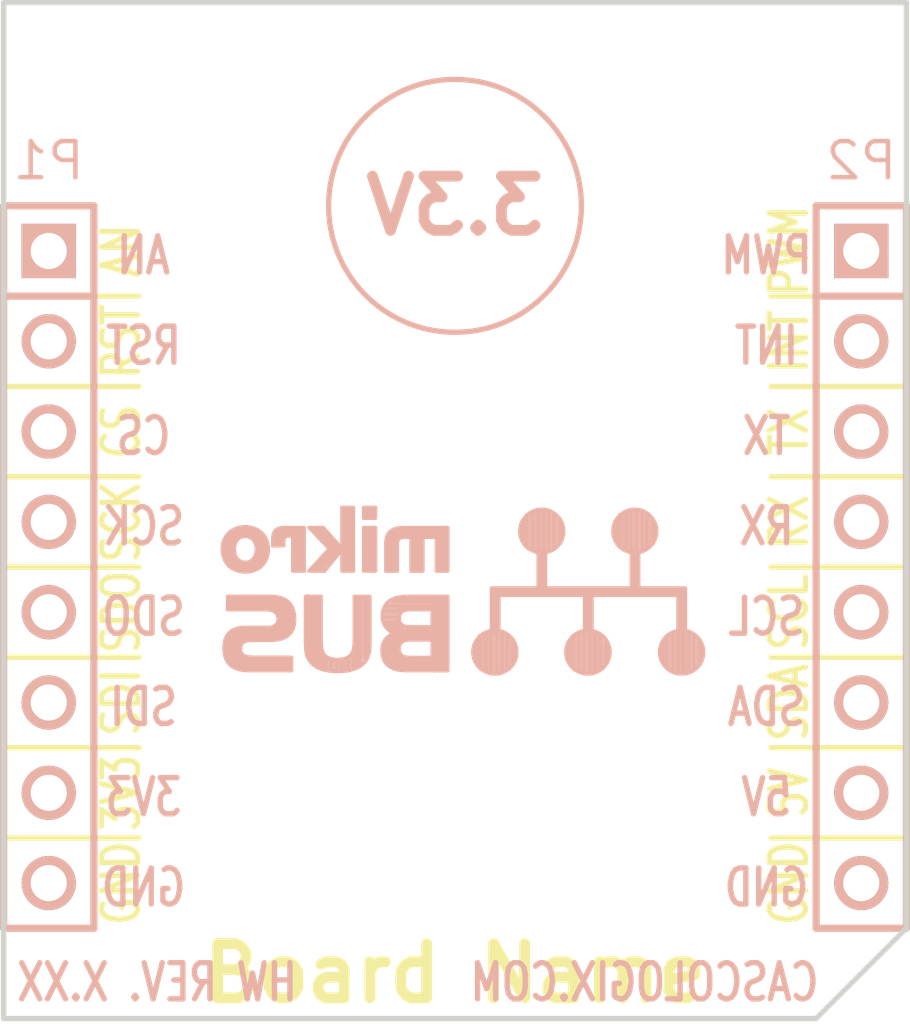
<source format=kicad_pcb>
(kicad_pcb (version 4) (host pcbnew 4.0.0-rc2-stable)

  (general
    (links 0)
    (no_connects 0)
    (area 110.696399 97.714999 136.699601 126.440001)
    (thickness 1.6)
    (drawings 56)
    (tracks 0)
    (zones 0)
    (modules 3)
    (nets 1)
  )

  (page A4)
  (title_block
    (date "lun. 30 mars 2015")
  )

  (layers
    (0 F.Cu signal)
    (31 B.Cu signal)
    (32 B.Adhes user)
    (33 F.Adhes user)
    (34 B.Paste user)
    (35 F.Paste user)
    (36 B.SilkS user)
    (37 F.SilkS user)
    (38 B.Mask user)
    (39 F.Mask user)
    (40 Dwgs.User user)
    (41 Cmts.User user)
    (42 Eco1.User user)
    (43 Eco2.User user)
    (44 Edge.Cuts user)
    (45 Margin user)
    (46 B.CrtYd user)
    (47 F.CrtYd user)
    (48 B.Fab user)
    (49 F.Fab user)
  )

  (setup
    (last_trace_width 0.25)
    (trace_clearance 0.2)
    (zone_clearance 0.508)
    (zone_45_only no)
    (trace_min 0.2)
    (segment_width 0.15)
    (edge_width 0.15)
    (via_size 0.6)
    (via_drill 0.4)
    (via_min_size 0.4)
    (via_min_drill 0.3)
    (uvia_size 0.3)
    (uvia_drill 0.1)
    (uvias_allowed no)
    (uvia_min_size 0.2)
    (uvia_min_drill 0.1)
    (pcb_text_width 0.3)
    (pcb_text_size 1.5 1.5)
    (mod_edge_width 0.15)
    (mod_text_size 1 1)
    (mod_text_width 0.15)
    (pad_size 4.064 4.064)
    (pad_drill 3.048)
    (pad_to_mask_clearance 0)
    (aux_axis_origin 110.998 126.365)
    (grid_origin 110.998 126.365)
    (visible_elements 7FFEFFFF)
    (pcbplotparams
      (layerselection 0x00030_80000001)
      (usegerberextensions false)
      (excludeedgelayer true)
      (linewidth 0.100000)
      (plotframeref false)
      (viasonmask false)
      (mode 1)
      (useauxorigin false)
      (hpglpennumber 1)
      (hpglpenspeed 20)
      (hpglpendiameter 15)
      (hpglpenoverlay 2)
      (psnegative false)
      (psa4output false)
      (plotreference true)
      (plotvalue true)
      (plotinvisibletext false)
      (padsonsilk false)
      (subtractmaskfromsilk false)
      (outputformat 1)
      (mirror false)
      (drillshape 0)
      (scaleselection 1)
      (outputdirectory ""))
  )

  (net 0 "")

  (net_class Default "This is the default net class."
    (clearance 0.2)
    (trace_width 0.25)
    (via_dia 0.6)
    (via_drill 0.4)
    (uvia_dia 0.3)
    (uvia_drill 0.1)
  )

  (module Header:HEADER_M_2.54MM_1R8P_ST_AU_PTH locked (layer B.Cu) (tedit 561334A7) (tstamp 561150BC)
    (at 135.128 113.665 270)
    (tags Header)
    (fp_text reference P2 (at -11.43 0 360) (layer B.SilkS)
      (effects (font (size 1.016 1.016) (thickness 0.127)) (justify mirror))
    )
    (fp_text value Val** (at 0 2.159 270) (layer B.SilkS) hide
      (effects (font (size 1.016 1.016) (thickness 0.127)) (justify mirror))
    )
    (fp_line (start 5.08 -1.27) (end 10.16 -1.27) (layer B.SilkS) (width 0.2032))
    (fp_line (start 5.08 1.27) (end 10.16 1.27) (layer B.SilkS) (width 0.2032))
    (fp_line (start 0 -1.27) (end 5.08 -1.27) (layer B.SilkS) (width 0.2032))
    (fp_line (start 0 1.27) (end 5.08 1.27) (layer B.SilkS) (width 0.2032))
    (fp_line (start -2.54 1.27) (end 0 1.27) (layer B.SilkS) (width 0.2032))
    (fp_line (start -2.54 -1.27) (end 0 -1.27) (layer B.SilkS) (width 0.2032))
    (fp_line (start -5.08 -1.27) (end -2.54 -1.27) (layer B.SilkS) (width 0.2032))
    (fp_line (start -5.08 1.27) (end -2.54 1.27) (layer B.SilkS) (width 0.2032))
    (fp_line (start 10.16 1.27) (end 10.16 -1.27) (layer B.SilkS) (width 0.2032))
    (fp_line (start -7.62 1.27) (end -5.08 1.27) (layer B.SilkS) (width 0.2032))
    (fp_line (start -7.62 -1.27) (end -5.08 -1.27) (layer B.SilkS) (width 0.2032))
    (fp_line (start -10.16 -1.27) (end -7.62 -1.27) (layer B.SilkS) (width 0.2032))
    (fp_line (start -10.16 1.27) (end -7.62 1.27) (layer B.SilkS) (width 0.2032))
    (fp_line (start -10.16 -1.27) (end -10.16 1.27) (layer B.SilkS) (width 0.2032))
    (fp_line (start -7.62 1.27) (end -7.62 -1.27) (layer B.SilkS) (width 0.2032))
    (pad 6 thru_hole circle (at 3.81 0 270) (size 1.524 1.524) (drill 1.016) (layers *.Cu *.Mask B.SilkS))
    (pad 4 thru_hole circle (at -1.27 0 270) (size 1.524 1.524) (drill 1.016) (layers *.Cu *.Mask B.SilkS))
    (pad 3 thru_hole circle (at -3.81 0 270) (size 1.524 1.524) (drill 1.016) (layers *.Cu *.Mask B.SilkS))
    (pad 2 thru_hole circle (at -6.35 0 270) (size 1.524 1.524) (drill 1.016) (layers *.Cu *.Mask B.SilkS))
    (pad 1 thru_hole rect (at -8.89 0 270) (size 1.524 1.524) (drill 1.016) (layers *.Cu *.Mask B.SilkS))
    (pad 7 thru_hole circle (at 6.35 0 270) (size 1.524 1.524) (drill 1.016) (layers *.Cu *.Mask B.SilkS))
    (pad 8 thru_hole circle (at 8.89 0 270) (size 1.524 1.524) (drill 1.016) (layers *.Cu *.Mask B.SilkS))
    (pad 5 thru_hole circle (at 1.27 0 270) (size 1.524 1.524) (drill 1.016) (layers *.Cu *.Mask B.SilkS))
    (model C:/Engineering/KiCAD_Libraries/3D/Headers/VRML/HEADER_M_2.54MM_1R8P_ST_AU_PTH.wrl
      (at (xyz 0 0 0))
      (scale (xyz 1 1 1))
      (rotate (xyz 0 0 0))
    )
  )

  (module Header:HEADER_M_2.54MM_1R8P_ST_AU_PTH locked (layer B.Cu) (tedit 561334AA) (tstamp 561150A0)
    (at 112.268 113.665 270)
    (tags Header)
    (fp_text reference P1 (at -11.43 0 360) (layer B.SilkS)
      (effects (font (size 1.016 1.016) (thickness 0.127)) (justify mirror))
    )
    (fp_text value Val** (at 0 -2.54 270) (layer B.SilkS) hide
      (effects (font (size 1.016 1.016) (thickness 0.127)) (justify mirror))
    )
    (fp_line (start 5.08 -1.27) (end 10.16 -1.27) (layer B.SilkS) (width 0.2032))
    (fp_line (start 5.08 1.27) (end 10.16 1.27) (layer B.SilkS) (width 0.2032))
    (fp_line (start 0 -1.27) (end 5.08 -1.27) (layer B.SilkS) (width 0.2032))
    (fp_line (start 0 1.27) (end 5.08 1.27) (layer B.SilkS) (width 0.2032))
    (fp_line (start -2.54 1.27) (end 0 1.27) (layer B.SilkS) (width 0.2032))
    (fp_line (start -2.54 -1.27) (end 0 -1.27) (layer B.SilkS) (width 0.2032))
    (fp_line (start -5.08 -1.27) (end -2.54 -1.27) (layer B.SilkS) (width 0.2032))
    (fp_line (start -5.08 1.27) (end -2.54 1.27) (layer B.SilkS) (width 0.2032))
    (fp_line (start 10.16 1.27) (end 10.16 -1.27) (layer B.SilkS) (width 0.2032))
    (fp_line (start -7.62 1.27) (end -5.08 1.27) (layer B.SilkS) (width 0.2032))
    (fp_line (start -7.62 -1.27) (end -5.08 -1.27) (layer B.SilkS) (width 0.2032))
    (fp_line (start -10.16 -1.27) (end -7.62 -1.27) (layer B.SilkS) (width 0.2032))
    (fp_line (start -10.16 1.27) (end -7.62 1.27) (layer B.SilkS) (width 0.2032))
    (fp_line (start -10.16 -1.27) (end -10.16 1.27) (layer B.SilkS) (width 0.2032))
    (fp_line (start -7.62 1.27) (end -7.62 -1.27) (layer B.SilkS) (width 0.2032))
    (pad 6 thru_hole circle (at 3.81 0 270) (size 1.524 1.524) (drill 1.016) (layers *.Cu *.Mask B.SilkS))
    (pad 4 thru_hole circle (at -1.27 0 270) (size 1.524 1.524) (drill 1.016) (layers *.Cu *.Mask B.SilkS))
    (pad 3 thru_hole circle (at -3.81 0 270) (size 1.524 1.524) (drill 1.016) (layers *.Cu *.Mask B.SilkS))
    (pad 2 thru_hole circle (at -6.35 0 270) (size 1.524 1.524) (drill 1.016) (layers *.Cu *.Mask B.SilkS))
    (pad 1 thru_hole rect (at -8.89 0 270) (size 1.524 1.524) (drill 1.016) (layers *.Cu *.Mask B.SilkS))
    (pad 7 thru_hole circle (at 6.35 0 270) (size 1.524 1.524) (drill 1.016) (layers *.Cu *.Mask B.SilkS))
    (pad 8 thru_hole circle (at 8.89 0 270) (size 1.524 1.524) (drill 1.016) (layers *.Cu *.Mask B.SilkS))
    (pad 5 thru_hole circle (at 1.27 0 270) (size 1.524 1.524) (drill 1.016) (layers *.Cu *.Mask B.SilkS))
    (model C:/Engineering/KiCAD_Libraries/3D/Headers/VRML/HEADER_M_2.54MM_1R8P_ST_AU_PTH.wrl
      (at (xyz 0 0 0))
      (scale (xyz 1 1 1))
      (rotate (xyz 0 0 0))
    )
  )

  (module Logo:mikroBUS_Small locked (layer B.Cu) (tedit 562D7599) (tstamp 562DB7DC)
    (at 123.698 114.427 180)
    (fp_text reference "" (at 0 -3.81 180) (layer B.SilkS) hide
      (effects (font (size 1 1) (thickness 0.15)) (justify mirror))
    )
    (fp_text value "" (at 0 3.81 180) (layer B.Fab) hide
      (effects (font (size 1 1) (thickness 0.15)) (justify mirror))
    )
    (fp_line (start 4.6228 -2.0828) (end 6.0198 -2.0828) (layer B.SilkS) (width 0.15))
    (fp_line (start 4.6482 -2.0066) (end 6.2484 -2.0066) (layer B.SilkS) (width 0.15))
    (fp_line (start 4.6482 -1.8796) (end 6.3754 -1.8796) (layer B.SilkS) (width 0.15))
    (fp_line (start 5.9436 -1.7526) (end 6.4262 -1.7526) (layer B.SilkS) (width 0.15))
    (fp_line (start 6.0706 -1.6256) (end 6.4516 -1.6256) (layer B.SilkS) (width 0.15))
    (fp_line (start 6.0706 -1.4986) (end 6.4516 -1.4986) (layer B.SilkS) (width 0.15))
    (fp_line (start 6.0452 -1.3716) (end 6.4516 -1.3716) (layer B.SilkS) (width 0.15))
    (fp_line (start 5.0546 -1.2446) (end 6.4008 -1.2446) (layer B.SilkS) (width 0.15))
    (fp_line (start 6.35 -1.1684) (end 4.7752 -1.1684) (layer B.SilkS) (width 0.15))
    (fp_line (start 6.223 -1.0414) (end 4.6482 -1.0414) (layer B.SilkS) (width 0.15))
    (fp_line (start 4.5974 -0.9906) (end 5.1054 -0.9906) (layer B.SilkS) (width 0.15))
    (fp_line (start 5.0038 -0.8636) (end 4.572 -0.8636) (layer B.SilkS) (width 0.15))
    (fp_line (start 4.9276 -0.7366) (end 4.5466 -0.7366) (layer B.SilkS) (width 0.15))
    (fp_line (start 4.9276 -0.6096) (end 4.5466 -0.6096) (layer B.SilkS) (width 0.15))
    (fp_line (start 5.0292 -0.4826) (end 4.572 -0.4826) (layer B.SilkS) (width 0.15))
    (fp_line (start 6.35 -0.3556) (end 4.6228 -0.3556) (layer B.SilkS) (width 0.15))
    (fp_line (start 6.35 -0.3048) (end 4.6482 -0.3048) (layer B.SilkS) (width 0.15))
    (fp_line (start 6.35 -0.1778) (end 4.8006 -0.1778) (layer B.SilkS) (width 0.15))
    (fp_line (start 5.4356 1.6764) (end 5.4356 0.8636) (layer B.SilkS) (width 0.15))
    (fp_line (start 6.5024 1.4478) (end 6.5024 1.143) (layer B.SilkS) (width 0.15))
    (fp_line (start 6.4262 1.6002) (end 6.4262 0.9398) (layer B.SilkS) (width 0.15))
    (fp_line (start 5.6642 0.9398) (end 5.6642 0.7112) (layer B.SilkS) (width 0.15))
    (fp_line (start 5.7404 0.889) (end 5.7404 0.6858) (layer B.SilkS) (width 0.15))
    (fp_line (start 5.842 0.8636) (end 5.842 0.6604) (layer B.SilkS) (width 0.15))
    (fp_line (start 5.969 0.8636) (end 5.969 0.6604) (layer B.SilkS) (width 0.15))
    (fp_line (start 6.096 0.9144) (end 6.096 0.6858) (layer B.SilkS) (width 0.15))
    (fp_line (start 6.1976 1.0668) (end 6.1976 0.7366) (layer B.SilkS) (width 0.15))
    (fp_line (start 6.2992 1.7272) (end 6.2992 0.7874) (layer B.SilkS) (width 0.15))
    (fp_line (start 6.1976 1.8034) (end 6.1976 1.4986) (layer B.SilkS) (width 0.15))
    (fp_line (start 6.0706 1.8288) (end 6.0706 1.6256) (layer B.SilkS) (width 0.15))
    (fp_line (start 5.9436 1.8542) (end 5.9436 1.6764) (layer B.SilkS) (width 0.15))
    (fp_line (start 5.8166 1.8542) (end 5.8166 1.6764) (layer B.SilkS) (width 0.15))
    (fp_line (start 5.6896 1.8288) (end 5.6896 1.5748) (layer B.SilkS) (width 0.15))
    (fp_line (start 5.5626 1.778) (end 5.5626 0.7366) (layer B.SilkS) (width 0.15))
    (fp_line (start 5.334 1.524) (end 5.334 1.016) (layer B.SilkS) (width 0.15))
    (fp_line (start 4.1402 -0.0762) (end 4.1402 -1.7272) (layer B.SilkS) (width 0.15))
    (fp_line (start 4.0132 -0.1016) (end 4.0132 -1.905) (layer B.SilkS) (width 0.15))
    (fp_line (start 3.81 -1.4732) (end 3.81 -1.651) (layer B.SilkS) (width 0.15))
    (fp_line (start 3.8862 -0.1016) (end 3.8862 -2.032) (layer B.SilkS) (width 0.15))
    (fp_line (start 3.7592 -1.6764) (end 3.7592 -2.0828) (layer B.SilkS) (width 0.15))
    (fp_line (start 3.6322 -1.8034) (end 3.6322 -2.1082) (layer B.SilkS) (width 0.15))
    (fp_line (start 3.4798 -1.8542) (end 3.4798 -2.1336) (layer B.SilkS) (width 0.15))
    (fp_line (start 3.3274 -1.8796) (end 3.3274 -2.1336) (layer B.SilkS) (width 0.15))
    (fp_line (start 3.175 -1.8542) (end 3.175 -2.1336) (layer B.SilkS) (width 0.15))
    (fp_line (start 3.0226 -1.8034) (end 3.0226 -2.1336) (layer B.SilkS) (width 0.15))
    (fp_line (start 2.8702 -1.651) (end 2.8702 -2.0828) (layer B.SilkS) (width 0.15))
    (fp_line (start 2.7686 -0.1016) (end 2.7432 -2.032) (layer B.SilkS) (width 0.15))
    (fp_line (start 2.667 -0.1016) (end 2.667 -1.9812) (layer B.SilkS) (width 0.15))
    (fp_line (start 2.5146 -0.1016) (end 2.5146 -1.8288) (layer B.SilkS) (width 0.15))
    (fp_line (start 0.635 -2.032) (end 1.778 -2.032) (layer B.SilkS) (width 0.15))
    (fp_line (start 0.635 -1.905) (end 1.9304 -1.905) (layer B.SilkS) (width 0.15))
    (fp_line (start 1.4224 -1.8034) (end 1.9812 -1.8034) (layer B.SilkS) (width 0.15))
    (fp_line (start 1.5748 -1.6764) (end 2.0066 -1.6764) (layer B.SilkS) (width 0.15))
    (fp_line (start 1.6256 -1.5494) (end 2.0066 -1.5494) (layer B.SilkS) (width 0.15))
    (fp_line (start 1.6002 -1.4224) (end 2.0066 -1.4224) (layer B.SilkS) (width 0.15))
    (fp_line (start 1.4478 -1.2954) (end 1.9304 -1.2954) (layer B.SilkS) (width 0.15))
    (fp_line (start 0.6096 -1.1684) (end 1.778 -1.1684) (layer B.SilkS) (width 0.15))
    (fp_line (start 0.635 -1.0414) (end 1.778 -1.0414) (layer B.SilkS) (width 0.15))
    (fp_line (start 1.4732 -0.9144) (end 1.905 -0.9144) (layer B.SilkS) (width 0.15))
    (fp_line (start 1.6002 -0.7874) (end 1.9812 -0.7874) (layer B.SilkS) (width 0.15))
    (fp_line (start 1.6256 -0.635) (end 2.0066 -0.635) (layer B.SilkS) (width 0.15))
    (fp_line (start 1.4478 -0.4064) (end 1.5494 -0.4064) (layer B.SilkS) (width 0.15))
    (fp_line (start 1.5494 -0.4826) (end 2.0066 -0.4826) (layer B.SilkS) (width 0.15))
    (fp_line (start 0.635 -0.3302) (end 1.9304 -0.3302) (layer B.SilkS) (width 0.15))
    (fp_line (start 0.635 -0.1778) (end 1.778 -0.1778) (layer B.SilkS) (width 0.15))
    (fp_line (start 1.651 1.6256) (end 1.651 1.524) (layer B.SilkS) (width 0.15))
    (fp_line (start 1.8542 1.6256) (end 1.8542 0.6858) (layer B.SilkS) (width 0.15))
    (fp_line (start 1.7272 1.6256) (end 1.7272 0.6858) (layer B.SilkS) (width 0.15))
    (fp_line (start 0.381 1.6764) (end 1.8542 1.6764) (layer B.SilkS) (width 0.15))
    (fp_line (start 0.4826 1.778) (end 1.7526 1.778) (layer B.SilkS) (width 0.15))
    (fp_line (start 3.429 1.2954) (end 3.9624 0.7112) (layer B.SilkS) (width 0.15))
    (fp_line (start 3.3528 1.2192) (end 3.81 0.6858) (layer B.SilkS) (width 0.15))
    (fp_line (start 3.937 1.8288) (end 3.3274 1.1938) (layer B.SilkS) (width 0.15))
    (fp_line (start 3.2766 1.2446) (end 3.81 1.8288) (layer B.SilkS) (width 0.15))
    (fp_line (start 2.2606 2.2352) (end 2.5146 2.2352) (layer B.SilkS) (width 0.15))
    (fp_line (start 2.2606 2.3368) (end 2.5146 2.3368) (layer B.SilkS) (width 0.15))
    (fp_line (start 3.0734 0.7112) (end 3.0734 2.3622) (layer B.SilkS) (width 0.15))
    (fp_line (start 2.9464 2.3876) (end 2.9464 0.7112) (layer B.SilkS) (width 0.15))
    (fp_line (start 4.8514 1.4732) (end 5.08 1.4732) (layer B.SilkS) (width 0.15))
    (fp_line (start 4.8514 1.6002) (end 5.0546 1.6002) (layer B.SilkS) (width 0.15))
    (fp_line (start 4.445 1.7018) (end 5.0546 1.7018) (layer B.SilkS) (width 0.15))
    (fp_line (start 4.4958 1.8034) (end 4.9784 1.8034) (layer B.SilkS) (width 0.15))
    (fp_line (start 4.445 0.6858) (end 4.445 1.8288) (layer B.SilkS) (width 0.15))
    (fp_line (start 4.318 0.6858) (end 4.318 1.8288) (layer B.SilkS) (width 0.15))
    (fp_line (start 2.4638 0.6858) (end 2.4638 1.8288) (layer B.SilkS) (width 0.15))
    (fp_line (start 2.3368 0.6858) (end 2.3368 1.8288) (layer B.SilkS) (width 0.15))
    (fp_line (start 1.1176 0.6858) (end 1.1176 1.8288) (layer B.SilkS) (width 0.15))
    (fp_line (start 0.9906 0.6858) (end 0.9906 1.8288) (layer B.SilkS) (width 0.15))
    (fp_line (start 0.3048 1.8288) (end 0.3048 0.6858) (layer B.SilkS) (width 0.15))
    (fp_line (start 0.4318 0.6858) (end 0.4318 1.8288) (layer B.SilkS) (width 0.15))
    (fp_line (start -6.577609 -2.206834) (end -6.483358 -2.238309) (layer B.SilkS) (width 0.1))
    (fp_line (start -6.668273 -2.169409) (end -6.577609 -2.206834) (layer B.SilkS) (width 0.1))
    (fp_line (start -6.751765 -2.120088) (end -6.668273 -2.169409) (layer B.SilkS) (width 0.1))
    (fp_line (start -6.825003 -2.055138) (end -6.751765 -2.120088) (layer B.SilkS) (width 0.1))
    (fp_line (start -6.886374 -1.977238) (end -6.825003 -2.055138) (layer B.SilkS) (width 0.1))
    (fp_line (start -6.93453 -1.89022) (end -6.886374 -1.977238) (layer B.SilkS) (width 0.1))
    (fp_line (start -6.968334 -1.797322) (end -6.93453 -1.89022) (layer B.SilkS) (width 0.1))
    (fp_line (start -6.98705 -1.700666) (end -6.968334 -1.797322) (layer B.SilkS) (width 0.1))
    (fp_line (start -6.989992 -1.602253) (end -6.98705 -1.700666) (layer B.SilkS) (width 0.1))
    (fp_line (start -6.976966 -1.504318) (end -6.989992 -1.602253) (layer B.SilkS) (width 0.1))
    (fp_line (start -6.948567 -1.409484) (end -6.976966 -1.504318) (layer B.SilkS) (width 0.1))
    (fp_line (start -6.905466 -1.320404) (end -6.948567 -1.409484) (layer B.SilkS) (width 0.1))
    (fp_line (start -6.84854 -1.239578) (end -6.905466 -1.320404) (layer B.SilkS) (width 0.1))
    (fp_line (start -6.779429 -1.168923) (end -6.84854 -1.239578) (layer B.SilkS) (width 0.1))
    (fp_line (start -6.699951 -1.110225) (end -6.779429 -1.168923) (layer B.SilkS) (width 0.1))
    (fp_line (start -6.611991 -1.065162) (end -6.699951 -1.110225) (layer B.SilkS) (width 0.1))
    (fp_line (start -6.517879 -1.034713) (end -6.611991 -1.065162) (layer B.SilkS) (width 0.1))
    (fp_line (start -6.420131 -1.01958) (end -6.517879 -1.034713) (layer B.SilkS) (width 0.1))
    (fp_line (start -6.321257 -1.02042) (end -6.420131 -1.01958) (layer B.SilkS) (width 0.1))
    (fp_line (start -6.22377 -1.037179) (end -6.321257 -1.02042) (layer B.SilkS) (width 0.1))
    (fp_line (start -6.130178 -1.069173) (end -6.22377 -1.037179) (layer B.SilkS) (width 0.1))
    (fp_line (start -6.042989 -1.115699) (end -6.130178 -1.069173) (layer B.SilkS) (width 0.1))
    (fp_line (start -5.964485 -1.175699) (end -6.042989 -1.115699) (layer B.SilkS) (width 0.1))
    (fp_line (start -5.896529 -1.247466) (end -5.964485 -1.175699) (layer B.SilkS) (width 0.1))
    (fp_line (start -5.840938 -1.329221) (end -5.896529 -1.247466) (layer B.SilkS) (width 0.1))
    (fp_line (start -5.799294 -1.419004) (end -5.840938 -1.329221) (layer B.SilkS) (width 0.1))
    (fp_line (start -5.772428 -1.514276) (end -5.799294 -1.419004) (layer B.SilkS) (width 0.1))
    (fp_line (start -5.761021 -1.612382) (end -5.772428 -1.514276) (layer B.SilkS) (width 0.1))
    (fp_line (start -5.765643 -1.71072) (end -5.761021 -1.612382) (layer B.SilkS) (width 0.1))
    (fp_line (start -5.786001 -1.807089) (end -5.765643 -1.71072) (layer B.SilkS) (width 0.1))
    (fp_line (start -5.821399 -1.89947) (end -5.786001 -1.807089) (layer B.SilkS) (width 0.1))
    (fp_line (start -5.871079 -1.985691) (end -5.821399 -1.89947) (layer B.SilkS) (width 0.1))
    (fp_line (start -5.933823 -2.062462) (end -5.871079 -1.985691) (layer B.SilkS) (width 0.1))
    (fp_line (start -6.008216 -2.126001) (end -5.933823 -2.062462) (layer B.SilkS) (width 0.1))
    (fp_line (start -6.092571 -2.173815) (end -6.008216 -2.126001) (layer B.SilkS) (width 0.1))
    (fp_line (start -6.183846 -2.209816) (end -6.092571 -2.173815) (layer B.SilkS) (width 0.1))
    (fp_line (start -6.278581 -2.239913) (end -6.183846 -2.209816) (layer B.SilkS) (width 0.1))
    (fp_line (start -5.842 -1.3716) (end -5.842 -1.8542) (layer B.SilkS) (width 0.15))
    (fp_line (start -5.969 -1.1938) (end -5.969 -2.0574) (layer B.SilkS) (width 0.15))
    (fp_line (start -6.1214 -1.1176) (end -6.1214 -2.159) (layer B.SilkS) (width 0.15))
    (fp_line (start -6.2738 -1.0668) (end -6.2738 -2.2098) (layer B.SilkS) (width 0.15))
    (fp_line (start -6.5786 -1.0668) (end -6.5786 -2.1844) (layer B.SilkS) (width 0.15))
    (fp_line (start -6.731 -1.1684) (end -6.731 -2.1082) (layer B.SilkS) (width 0.15))
    (fp_line (start -6.8834 -1.3208) (end -6.8834 -1.9558) (layer B.SilkS) (width 0.15))
    (fp_line (start -6.282611 -2.239913) (end -6.187872 -2.209839) (layer B.SilkS) (width 0.1))
    (fp_line (start -6.187872 -2.209839) (end -6.096601 -2.173849) (layer B.SilkS) (width 0.1))
    (fp_line (start -6.096601 -2.173849) (end -6.012269 -2.12603) (layer B.SilkS) (width 0.1))
    (fp_line (start -6.012269 -2.12603) (end -5.93792 -2.06246) (layer B.SilkS) (width 0.1))
    (fp_line (start -5.93792 -2.06246) (end -5.875241 -1.985647) (layer B.SilkS) (width 0.1))
    (fp_line (start -5.875241 -1.985647) (end -5.82564 -1.899391) (layer B.SilkS) (width 0.1))
    (fp_line (start -5.82564 -1.899391) (end -5.790325 -1.806995) (layer B.SilkS) (width 0.1))
    (fp_line (start -5.790325 -1.806995) (end -5.770038 -1.710626) (layer B.SilkS) (width 0.1))
    (fp_line (start -5.770038 -1.710626) (end -5.765457 -1.612295) (layer B.SilkS) (width 0.1))
    (fp_line (start -5.765457 -1.612295) (end -5.776866 -1.514199) (layer B.SilkS) (width 0.1))
    (fp_line (start -5.776866 -1.514199) (end -5.803709 -1.418936) (layer B.SilkS) (width 0.1))
    (fp_line (start -5.803709 -1.418936) (end -5.84532 -1.329156) (layer B.SilkS) (width 0.1))
    (fp_line (start -5.84532 -1.329156) (end -5.900882 -1.247395) (layer B.SilkS) (width 0.1))
    (fp_line (start -5.900882 -1.247395) (end -5.968816 -1.17562) (layer B.SilkS) (width 0.1))
    (fp_line (start -5.968816 -1.17562) (end -6.047305 -1.115617) (layer B.SilkS) (width 0.1))
    (fp_line (start -6.047305 -1.115617) (end -6.134487 -1.069104) (layer B.SilkS) (width 0.1))
    (fp_line (start -6.134487 -1.069104) (end -6.228075 -1.037132) (layer B.SilkS) (width 0.1))
    (fp_line (start -6.228075 -1.037132) (end -6.325557 -1.020403) (layer B.SilkS) (width 0.1))
    (fp_line (start -6.325557 -1.020403) (end -6.424421 -1.019594) (layer B.SilkS) (width 0.1))
    (fp_line (start -6.424421 -1.019594) (end -6.522154 -1.034754) (layer B.SilkS) (width 0.1))
    (fp_line (start -6.522154 -1.034754) (end -6.616247 -1.06522) (layer B.SilkS) (width 0.1))
    (fp_line (start -6.616247 -1.06522) (end -6.704192 -1.110291) (layer B.SilkS) (width 0.1))
    (fp_line (start -6.704192 -1.110291) (end -6.783659 -1.168984) (layer B.SilkS) (width 0.1))
    (fp_line (start -6.783659 -1.168984) (end -6.852766 -1.239625) (layer B.SilkS) (width 0.1))
    (fp_line (start -6.852766 -1.239625) (end -6.909697 -1.320434) (layer B.SilkS) (width 0.1))
    (fp_line (start -6.909697 -1.320434) (end -6.952812 -1.409499) (layer B.SilkS) (width 0.1))
    (fp_line (start -6.952812 -1.409499) (end -6.981224 -1.50432) (layer B.SilkS) (width 0.1))
    (fp_line (start -6.981224 -1.50432) (end -6.994254 -1.602242) (layer B.SilkS) (width 0.1))
    (fp_line (start -6.994254 -1.602242) (end -6.991295 -1.700642) (layer B.SilkS) (width 0.1))
    (fp_line (start -6.991295 -1.700642) (end -6.972549 -1.797281) (layer B.SilkS) (width 0.1))
    (fp_line (start -6.972549 -1.797281) (end -6.938714 -1.890159) (layer B.SilkS) (width 0.1))
    (fp_line (start -6.938714 -1.890159) (end -6.89054 -1.977153) (layer B.SilkS) (width 0.1))
    (fp_line (start -6.89054 -1.977153) (end -6.829165 -2.055034) (layer B.SilkS) (width 0.1))
    (fp_line (start -6.829165 -2.055034) (end -6.755938 -2.119986) (layer B.SilkS) (width 0.1))
    (fp_line (start -6.755938 -2.119986) (end -6.67247 -2.169331) (layer B.SilkS) (width 0.1))
    (fp_line (start -6.67247 -2.169331) (end -6.581836 -2.206792) (layer B.SilkS) (width 0.1))
    (fp_line (start -6.581836 -2.206792) (end -6.487617 -2.238309) (layer B.SilkS) (width 0.1))
    (fp_line (start -6.4262 -1.0414) (end -6.4262 -2.159) (layer B.SilkS) (width 0.15))
    (fp_line (start -3.7846 -1.0414) (end -3.7846 -2.159) (layer B.SilkS) (width 0.15))
    (fp_line (start -3.940236 -2.206792) (end -3.846017 -2.238309) (layer B.SilkS) (width 0.1))
    (fp_line (start -4.03087 -2.169331) (end -3.940236 -2.206792) (layer B.SilkS) (width 0.1))
    (fp_line (start -4.114338 -2.119986) (end -4.03087 -2.169331) (layer B.SilkS) (width 0.1))
    (fp_line (start -4.187565 -2.055034) (end -4.114338 -2.119986) (layer B.SilkS) (width 0.1))
    (fp_line (start -4.24894 -1.977153) (end -4.187565 -2.055034) (layer B.SilkS) (width 0.1))
    (fp_line (start -4.297114 -1.890159) (end -4.24894 -1.977153) (layer B.SilkS) (width 0.1))
    (fp_line (start -4.330949 -1.797281) (end -4.297114 -1.890159) (layer B.SilkS) (width 0.1))
    (fp_line (start -4.349695 -1.700642) (end -4.330949 -1.797281) (layer B.SilkS) (width 0.1))
    (fp_line (start -4.352654 -1.602242) (end -4.349695 -1.700642) (layer B.SilkS) (width 0.1))
    (fp_line (start -4.339624 -1.50432) (end -4.352654 -1.602242) (layer B.SilkS) (width 0.1))
    (fp_line (start -4.311212 -1.409499) (end -4.339624 -1.50432) (layer B.SilkS) (width 0.1))
    (fp_line (start -4.268097 -1.320434) (end -4.311212 -1.409499) (layer B.SilkS) (width 0.1))
    (fp_line (start -4.211166 -1.239625) (end -4.268097 -1.320434) (layer B.SilkS) (width 0.1))
    (fp_line (start -4.142059 -1.168984) (end -4.211166 -1.239625) (layer B.SilkS) (width 0.1))
    (fp_line (start -4.062592 -1.110291) (end -4.142059 -1.168984) (layer B.SilkS) (width 0.1))
    (fp_line (start -3.974647 -1.06522) (end -4.062592 -1.110291) (layer B.SilkS) (width 0.1))
    (fp_line (start -3.880554 -1.034754) (end -3.974647 -1.06522) (layer B.SilkS) (width 0.1))
    (fp_line (start -3.782821 -1.019594) (end -3.880554 -1.034754) (layer B.SilkS) (width 0.1))
    (fp_line (start -3.683957 -1.020403) (end -3.782821 -1.019594) (layer B.SilkS) (width 0.1))
    (fp_line (start -3.586475 -1.037132) (end -3.683957 -1.020403) (layer B.SilkS) (width 0.1))
    (fp_line (start -3.492887 -1.069104) (end -3.586475 -1.037132) (layer B.SilkS) (width 0.1))
    (fp_line (start -3.405705 -1.115617) (end -3.492887 -1.069104) (layer B.SilkS) (width 0.1))
    (fp_line (start -3.327216 -1.17562) (end -3.405705 -1.115617) (layer B.SilkS) (width 0.1))
    (fp_line (start -3.259282 -1.247395) (end -3.327216 -1.17562) (layer B.SilkS) (width 0.1))
    (fp_line (start -3.20372 -1.329156) (end -3.259282 -1.247395) (layer B.SilkS) (width 0.1))
    (fp_line (start -3.162109 -1.418936) (end -3.20372 -1.329156) (layer B.SilkS) (width 0.1))
    (fp_line (start -3.135266 -1.514199) (end -3.162109 -1.418936) (layer B.SilkS) (width 0.1))
    (fp_line (start -3.123857 -1.612295) (end -3.135266 -1.514199) (layer B.SilkS) (width 0.1))
    (fp_line (start -3.128438 -1.710626) (end -3.123857 -1.612295) (layer B.SilkS) (width 0.1))
    (fp_line (start -3.148725 -1.806995) (end -3.128438 -1.710626) (layer B.SilkS) (width 0.1))
    (fp_line (start -3.18404 -1.899391) (end -3.148725 -1.806995) (layer B.SilkS) (width 0.1))
    (fp_line (start -3.233641 -1.985647) (end -3.18404 -1.899391) (layer B.SilkS) (width 0.1))
    (fp_line (start -3.29632 -2.06246) (end -3.233641 -1.985647) (layer B.SilkS) (width 0.1))
    (fp_line (start -3.370669 -2.12603) (end -3.29632 -2.06246) (layer B.SilkS) (width 0.1))
    (fp_line (start -3.455001 -2.173849) (end -3.370669 -2.12603) (layer B.SilkS) (width 0.1))
    (fp_line (start -3.546272 -2.209839) (end -3.455001 -2.173849) (layer B.SilkS) (width 0.1))
    (fp_line (start -3.641011 -2.239913) (end -3.546272 -2.209839) (layer B.SilkS) (width 0.1))
    (fp_line (start -4.2418 -1.3208) (end -4.2418 -1.9558) (layer B.SilkS) (width 0.15))
    (fp_line (start -4.0894 -1.1684) (end -4.0894 -2.1082) (layer B.SilkS) (width 0.15))
    (fp_line (start -3.937 -1.0668) (end -3.937 -2.1844) (layer B.SilkS) (width 0.15))
    (fp_line (start -3.6322 -1.0668) (end -3.6322 -2.2098) (layer B.SilkS) (width 0.15))
    (fp_line (start -3.4798 -1.1176) (end -3.4798 -2.159) (layer B.SilkS) (width 0.15))
    (fp_line (start -3.3274 -1.1938) (end -3.3274 -2.0574) (layer B.SilkS) (width 0.15))
    (fp_line (start -3.2004 -1.3716) (end -3.2004 -1.8542) (layer B.SilkS) (width 0.15))
    (fp_line (start -3.636981 -2.239913) (end -3.542246 -2.209816) (layer B.SilkS) (width 0.1))
    (fp_line (start -3.542246 -2.209816) (end -3.450971 -2.173815) (layer B.SilkS) (width 0.1))
    (fp_line (start -3.450971 -2.173815) (end -3.366616 -2.126001) (layer B.SilkS) (width 0.1))
    (fp_line (start -3.366616 -2.126001) (end -3.292223 -2.062462) (layer B.SilkS) (width 0.1))
    (fp_line (start -3.292223 -2.062462) (end -3.229479 -1.985691) (layer B.SilkS) (width 0.1))
    (fp_line (start -3.229479 -1.985691) (end -3.179799 -1.89947) (layer B.SilkS) (width 0.1))
    (fp_line (start -3.179799 -1.89947) (end -3.144401 -1.807089) (layer B.SilkS) (width 0.1))
    (fp_line (start -3.144401 -1.807089) (end -3.124043 -1.71072) (layer B.SilkS) (width 0.1))
    (fp_line (start -3.124043 -1.71072) (end -3.119421 -1.612382) (layer B.SilkS) (width 0.1))
    (fp_line (start -3.119421 -1.612382) (end -3.130828 -1.514276) (layer B.SilkS) (width 0.1))
    (fp_line (start -3.130828 -1.514276) (end -3.157694 -1.419004) (layer B.SilkS) (width 0.1))
    (fp_line (start -3.157694 -1.419004) (end -3.199338 -1.329221) (layer B.SilkS) (width 0.1))
    (fp_line (start -3.199338 -1.329221) (end -3.254929 -1.247466) (layer B.SilkS) (width 0.1))
    (fp_line (start -3.254929 -1.247466) (end -3.322885 -1.175699) (layer B.SilkS) (width 0.1))
    (fp_line (start -3.322885 -1.175699) (end -3.401389 -1.115699) (layer B.SilkS) (width 0.1))
    (fp_line (start -3.401389 -1.115699) (end -3.488578 -1.069173) (layer B.SilkS) (width 0.1))
    (fp_line (start -3.488578 -1.069173) (end -3.58217 -1.037179) (layer B.SilkS) (width 0.1))
    (fp_line (start -3.58217 -1.037179) (end -3.679657 -1.02042) (layer B.SilkS) (width 0.1))
    (fp_line (start -3.679657 -1.02042) (end -3.778531 -1.01958) (layer B.SilkS) (width 0.1))
    (fp_line (start -3.778531 -1.01958) (end -3.876279 -1.034713) (layer B.SilkS) (width 0.1))
    (fp_line (start -3.876279 -1.034713) (end -3.970391 -1.065162) (layer B.SilkS) (width 0.1))
    (fp_line (start -3.970391 -1.065162) (end -4.058351 -1.110225) (layer B.SilkS) (width 0.1))
    (fp_line (start -4.058351 -1.110225) (end -4.137829 -1.168923) (layer B.SilkS) (width 0.1))
    (fp_line (start -4.137829 -1.168923) (end -4.20694 -1.239578) (layer B.SilkS) (width 0.1))
    (fp_line (start -4.20694 -1.239578) (end -4.263866 -1.320404) (layer B.SilkS) (width 0.1))
    (fp_line (start -4.263866 -1.320404) (end -4.306967 -1.409484) (layer B.SilkS) (width 0.1))
    (fp_line (start -4.306967 -1.409484) (end -4.335366 -1.504318) (layer B.SilkS) (width 0.1))
    (fp_line (start -4.335366 -1.504318) (end -4.348392 -1.602253) (layer B.SilkS) (width 0.1))
    (fp_line (start -4.348392 -1.602253) (end -4.34545 -1.700666) (layer B.SilkS) (width 0.1))
    (fp_line (start -4.34545 -1.700666) (end -4.326734 -1.797322) (layer B.SilkS) (width 0.1))
    (fp_line (start -4.326734 -1.797322) (end -4.29293 -1.89022) (layer B.SilkS) (width 0.1))
    (fp_line (start -4.29293 -1.89022) (end -4.244774 -1.977238) (layer B.SilkS) (width 0.1))
    (fp_line (start -4.244774 -1.977238) (end -4.183403 -2.055138) (layer B.SilkS) (width 0.1))
    (fp_line (start -4.183403 -2.055138) (end -4.110165 -2.120088) (layer B.SilkS) (width 0.1))
    (fp_line (start -4.110165 -2.120088) (end -4.026673 -2.169409) (layer B.SilkS) (width 0.1))
    (fp_line (start -4.026673 -2.169409) (end -3.936009 -2.206834) (layer B.SilkS) (width 0.1))
    (fp_line (start -3.936009 -2.206834) (end -3.841758 -2.238309) (layer B.SilkS) (width 0.1))
    (fp_line (start -1.319809 -2.206834) (end -1.225558 -2.238309) (layer B.SilkS) (width 0.1))
    (fp_line (start -1.410473 -2.169409) (end -1.319809 -2.206834) (layer B.SilkS) (width 0.1))
    (fp_line (start -1.493965 -2.120088) (end -1.410473 -2.169409) (layer B.SilkS) (width 0.1))
    (fp_line (start -1.567203 -2.055138) (end -1.493965 -2.120088) (layer B.SilkS) (width 0.1))
    (fp_line (start -1.628574 -1.977238) (end -1.567203 -2.055138) (layer B.SilkS) (width 0.1))
    (fp_line (start -1.67673 -1.89022) (end -1.628574 -1.977238) (layer B.SilkS) (width 0.1))
    (fp_line (start -1.710534 -1.797322) (end -1.67673 -1.89022) (layer B.SilkS) (width 0.1))
    (fp_line (start -1.72925 -1.700666) (end -1.710534 -1.797322) (layer B.SilkS) (width 0.1))
    (fp_line (start -1.732192 -1.602253) (end -1.72925 -1.700666) (layer B.SilkS) (width 0.1))
    (fp_line (start -1.719166 -1.504318) (end -1.732192 -1.602253) (layer B.SilkS) (width 0.1))
    (fp_line (start -1.690767 -1.409484) (end -1.719166 -1.504318) (layer B.SilkS) (width 0.1))
    (fp_line (start -1.647666 -1.320404) (end -1.690767 -1.409484) (layer B.SilkS) (width 0.1))
    (fp_line (start -1.59074 -1.239578) (end -1.647666 -1.320404) (layer B.SilkS) (width 0.1))
    (fp_line (start -1.521629 -1.168923) (end -1.59074 -1.239578) (layer B.SilkS) (width 0.1))
    (fp_line (start -1.442151 -1.110225) (end -1.521629 -1.168923) (layer B.SilkS) (width 0.1))
    (fp_line (start -1.354191 -1.065162) (end -1.442151 -1.110225) (layer B.SilkS) (width 0.1))
    (fp_line (start -1.260079 -1.034713) (end -1.354191 -1.065162) (layer B.SilkS) (width 0.1))
    (fp_line (start -1.162331 -1.01958) (end -1.260079 -1.034713) (layer B.SilkS) (width 0.1))
    (fp_line (start -1.063457 -1.02042) (end -1.162331 -1.01958) (layer B.SilkS) (width 0.1))
    (fp_line (start -0.96597 -1.037179) (end -1.063457 -1.02042) (layer B.SilkS) (width 0.1))
    (fp_line (start -0.872378 -1.069173) (end -0.96597 -1.037179) (layer B.SilkS) (width 0.1))
    (fp_line (start -0.785189 -1.115699) (end -0.872378 -1.069173) (layer B.SilkS) (width 0.1))
    (fp_line (start -0.706685 -1.175699) (end -0.785189 -1.115699) (layer B.SilkS) (width 0.1))
    (fp_line (start -0.638729 -1.247466) (end -0.706685 -1.175699) (layer B.SilkS) (width 0.1))
    (fp_line (start -0.583138 -1.329221) (end -0.638729 -1.247466) (layer B.SilkS) (width 0.1))
    (fp_line (start -0.541494 -1.419004) (end -0.583138 -1.329221) (layer B.SilkS) (width 0.1))
    (fp_line (start -0.514628 -1.514276) (end -0.541494 -1.419004) (layer B.SilkS) (width 0.1))
    (fp_line (start -0.503221 -1.612382) (end -0.514628 -1.514276) (layer B.SilkS) (width 0.1))
    (fp_line (start -0.507843 -1.71072) (end -0.503221 -1.612382) (layer B.SilkS) (width 0.1))
    (fp_line (start -0.528201 -1.807089) (end -0.507843 -1.71072) (layer B.SilkS) (width 0.1))
    (fp_line (start -0.563599 -1.89947) (end -0.528201 -1.807089) (layer B.SilkS) (width 0.1))
    (fp_line (start -0.613279 -1.985691) (end -0.563599 -1.89947) (layer B.SilkS) (width 0.1))
    (fp_line (start -0.676023 -2.062462) (end -0.613279 -1.985691) (layer B.SilkS) (width 0.1))
    (fp_line (start -0.750416 -2.126001) (end -0.676023 -2.062462) (layer B.SilkS) (width 0.1))
    (fp_line (start -0.834771 -2.173815) (end -0.750416 -2.126001) (layer B.SilkS) (width 0.1))
    (fp_line (start -0.926046 -2.209816) (end -0.834771 -2.173815) (layer B.SilkS) (width 0.1))
    (fp_line (start -1.020781 -2.239913) (end -0.926046 -2.209816) (layer B.SilkS) (width 0.1))
    (fp_line (start -0.5842 -1.3716) (end -0.5842 -1.8542) (layer B.SilkS) (width 0.15))
    (fp_line (start -0.7112 -1.1938) (end -0.7112 -2.0574) (layer B.SilkS) (width 0.15))
    (fp_line (start -0.8636 -1.1176) (end -0.8636 -2.159) (layer B.SilkS) (width 0.15))
    (fp_line (start -1.016 -1.0668) (end -1.016 -2.2098) (layer B.SilkS) (width 0.15))
    (fp_line (start -1.3208 -1.0668) (end -1.3208 -2.1844) (layer B.SilkS) (width 0.15))
    (fp_line (start -1.4732 -1.1684) (end -1.4732 -2.1082) (layer B.SilkS) (width 0.15))
    (fp_line (start -1.6256 -1.3208) (end -1.6256 -1.9558) (layer B.SilkS) (width 0.15))
    (fp_line (start -1.024811 -2.239913) (end -0.930072 -2.209839) (layer B.SilkS) (width 0.1))
    (fp_line (start -0.930072 -2.209839) (end -0.838801 -2.173849) (layer B.SilkS) (width 0.1))
    (fp_line (start -0.838801 -2.173849) (end -0.754469 -2.12603) (layer B.SilkS) (width 0.1))
    (fp_line (start -0.754469 -2.12603) (end -0.68012 -2.06246) (layer B.SilkS) (width 0.1))
    (fp_line (start -0.68012 -2.06246) (end -0.617441 -1.985647) (layer B.SilkS) (width 0.1))
    (fp_line (start -0.617441 -1.985647) (end -0.56784 -1.899391) (layer B.SilkS) (width 0.1))
    (fp_line (start -0.56784 -1.899391) (end -0.532525 -1.806995) (layer B.SilkS) (width 0.1))
    (fp_line (start -0.532525 -1.806995) (end -0.512238 -1.710626) (layer B.SilkS) (width 0.1))
    (fp_line (start -0.512238 -1.710626) (end -0.507657 -1.612295) (layer B.SilkS) (width 0.1))
    (fp_line (start -0.507657 -1.612295) (end -0.519066 -1.514199) (layer B.SilkS) (width 0.1))
    (fp_line (start -0.519066 -1.514199) (end -0.545909 -1.418936) (layer B.SilkS) (width 0.1))
    (fp_line (start -0.545909 -1.418936) (end -0.58752 -1.329156) (layer B.SilkS) (width 0.1))
    (fp_line (start -0.58752 -1.329156) (end -0.643082 -1.247395) (layer B.SilkS) (width 0.1))
    (fp_line (start -0.643082 -1.247395) (end -0.711016 -1.17562) (layer B.SilkS) (width 0.1))
    (fp_line (start -0.711016 -1.17562) (end -0.789505 -1.115617) (layer B.SilkS) (width 0.1))
    (fp_line (start -0.789505 -1.115617) (end -0.876687 -1.069104) (layer B.SilkS) (width 0.1))
    (fp_line (start -0.876687 -1.069104) (end -0.970275 -1.037132) (layer B.SilkS) (width 0.1))
    (fp_line (start -0.970275 -1.037132) (end -1.067757 -1.020403) (layer B.SilkS) (width 0.1))
    (fp_line (start -1.067757 -1.020403) (end -1.166621 -1.019594) (layer B.SilkS) (width 0.1))
    (fp_line (start -1.166621 -1.019594) (end -1.264354 -1.034754) (layer B.SilkS) (width 0.1))
    (fp_line (start -1.264354 -1.034754) (end -1.358447 -1.06522) (layer B.SilkS) (width 0.1))
    (fp_line (start -1.358447 -1.06522) (end -1.446392 -1.110291) (layer B.SilkS) (width 0.1))
    (fp_line (start -1.446392 -1.110291) (end -1.525859 -1.168984) (layer B.SilkS) (width 0.1))
    (fp_line (start -1.525859 -1.168984) (end -1.594966 -1.239625) (layer B.SilkS) (width 0.1))
    (fp_line (start -1.594966 -1.239625) (end -1.651897 -1.320434) (layer B.SilkS) (width 0.1))
    (fp_line (start -1.651897 -1.320434) (end -1.695012 -1.409499) (layer B.SilkS) (width 0.1))
    (fp_line (start -1.695012 -1.409499) (end -1.723424 -1.50432) (layer B.SilkS) (width 0.1))
    (fp_line (start -1.723424 -1.50432) (end -1.736454 -1.602242) (layer B.SilkS) (width 0.1))
    (fp_line (start -1.736454 -1.602242) (end -1.733495 -1.700642) (layer B.SilkS) (width 0.1))
    (fp_line (start -1.733495 -1.700642) (end -1.714749 -1.797281) (layer B.SilkS) (width 0.1))
    (fp_line (start -1.714749 -1.797281) (end -1.680914 -1.890159) (layer B.SilkS) (width 0.1))
    (fp_line (start -1.680914 -1.890159) (end -1.63274 -1.977153) (layer B.SilkS) (width 0.1))
    (fp_line (start -1.63274 -1.977153) (end -1.571365 -2.055034) (layer B.SilkS) (width 0.1))
    (fp_line (start -1.571365 -2.055034) (end -1.498138 -2.119986) (layer B.SilkS) (width 0.1))
    (fp_line (start -1.498138 -2.119986) (end -1.41467 -2.169331) (layer B.SilkS) (width 0.1))
    (fp_line (start -1.41467 -2.169331) (end -1.324036 -2.206792) (layer B.SilkS) (width 0.1))
    (fp_line (start -1.324036 -2.206792) (end -1.229817 -2.238309) (layer B.SilkS) (width 0.1))
    (fp_line (start -1.1684 -1.0414) (end -1.1684 -2.159) (layer B.SilkS) (width 0.15))
    (fp_line (start 0.5588 -0.1016) (end 0.5588 -2.1336) (layer B.SilkS) (width 0.15))
    (fp_line (start 0.4318 -0.1016) (end 0.4318 -2.1336) (layer B.SilkS) (width 0.15))
    (fp_line (start 0.3048 -0.1016) (end 0.3048 -2.1336) (layer B.SilkS) (width 0.15))
    (fp_line (start -2.4892 2.3622) (end -2.4892 1.2446) (layer B.SilkS) (width 0.15))
    (fp_line (start -2.644836 1.196808) (end -2.550617 1.165291) (layer B.SilkS) (width 0.1))
    (fp_line (start -2.73547 1.234269) (end -2.644836 1.196808) (layer B.SilkS) (width 0.1))
    (fp_line (start -2.818938 1.283614) (end -2.73547 1.234269) (layer B.SilkS) (width 0.1))
    (fp_line (start -2.892165 1.348566) (end -2.818938 1.283614) (layer B.SilkS) (width 0.1))
    (fp_line (start -2.95354 1.426447) (end -2.892165 1.348566) (layer B.SilkS) (width 0.1))
    (fp_line (start -3.001714 1.513441) (end -2.95354 1.426447) (layer B.SilkS) (width 0.1))
    (fp_line (start -3.035549 1.606319) (end -3.001714 1.513441) (layer B.SilkS) (width 0.1))
    (fp_line (start -3.054295 1.702958) (end -3.035549 1.606319) (layer B.SilkS) (width 0.1))
    (fp_line (start -3.057254 1.801358) (end -3.054295 1.702958) (layer B.SilkS) (width 0.1))
    (fp_line (start -3.044224 1.89928) (end -3.057254 1.801358) (layer B.SilkS) (width 0.1))
    (fp_line (start -3.015812 1.994101) (end -3.044224 1.89928) (layer B.SilkS) (width 0.1))
    (fp_line (start -2.972697 2.083166) (end -3.015812 1.994101) (layer B.SilkS) (width 0.1))
    (fp_line (start -2.915766 2.163975) (end -2.972697 2.083166) (layer B.SilkS) (width 0.1))
    (fp_line (start -2.846659 2.234616) (end -2.915766 2.163975) (layer B.SilkS) (width 0.1))
    (fp_line (start -2.767192 2.293309) (end -2.846659 2.234616) (layer B.SilkS) (width 0.1))
    (fp_line (start -2.679247 2.33838) (end -2.767192 2.293309) (layer B.SilkS) (width 0.1))
    (fp_line (start -2.585154 2.368846) (end -2.679247 2.33838) (layer B.SilkS) (width 0.1))
    (fp_line (start -2.487421 2.384006) (end -2.585154 2.368846) (layer B.SilkS) (width 0.1))
    (fp_line (start -2.388557 2.383197) (end -2.487421 2.384006) (layer B.SilkS) (width 0.1))
    (fp_line (start -2.291075 2.366468) (end -2.388557 2.383197) (layer B.SilkS) (width 0.1))
    (fp_line (start -2.197487 2.334496) (end -2.291075 2.366468) (layer B.SilkS) (width 0.1))
    (fp_line (start -2.110305 2.287983) (end -2.197487 2.334496) (layer B.SilkS) (width 0.1))
    (fp_line (start -2.031816 2.22798) (end -2.110305 2.287983) (layer B.SilkS) (width 0.1))
    (fp_line (start -1.963882 2.156205) (end -2.031816 2.22798) (layer B.SilkS) (width 0.1))
    (fp_line (start -1.90832 2.074444) (end -1.963882 2.156205) (layer B.SilkS) (width 0.1))
    (fp_line (start -1.866709 1.984664) (end -1.90832 2.074444) (layer B.SilkS) (width 0.1))
    (fp_line (start -1.839866 1.889401) (end -1.866709 1.984664) (layer B.SilkS) (width 0.1))
    (fp_line (start -1.828457 1.791305) (end -1.839866 1.889401) (layer B.SilkS) (width 0.1))
    (fp_line (start -1.833038 1.692974) (end -1.828457 1.791305) (layer B.SilkS) (width 0.1))
    (fp_line (start -1.853325 1.596605) (end -1.833038 1.692974) (layer B.SilkS) (width 0.1))
    (fp_line (start -1.88864 1.504209) (end -1.853325 1.596605) (layer B.SilkS) (width 0.1))
    (fp_line (start -1.938241 1.417953) (end -1.88864 1.504209) (layer B.SilkS) (width 0.1))
    (fp_line (start -2.00092 1.34114) (end -1.938241 1.417953) (layer B.SilkS) (width 0.1))
    (fp_line (start -2.075269 1.27757) (end -2.00092 1.34114) (layer B.SilkS) (width 0.1))
    (fp_line (start -2.159601 1.229751) (end -2.075269 1.27757) (layer B.SilkS) (width 0.1))
    (fp_line (start -2.250872 1.193761) (end -2.159601 1.229751) (layer B.SilkS) (width 0.1))
    (fp_line (start -2.345611 1.163687) (end -2.250872 1.193761) (layer B.SilkS) (width 0.1))
    (fp_line (start -2.9464 2.0828) (end -2.9464 1.4478) (layer B.SilkS) (width 0.15))
    (fp_line (start -2.794 2.2352) (end -2.794 1.2954) (layer B.SilkS) (width 0.15))
    (fp_line (start -2.6416 2.3368) (end -2.6416 1.2192) (layer B.SilkS) (width 0.15))
    (fp_line (start -2.3368 2.3368) (end -2.3368 1.1938) (layer B.SilkS) (width 0.15))
    (fp_line (start -2.1844 2.286) (end -2.1844 1.2446) (layer B.SilkS) (width 0.15))
    (fp_line (start -2.032 2.2098) (end -2.032 1.3462) (layer B.SilkS) (width 0.15))
    (fp_line (start -1.905 2.032) (end -1.905 1.5494) (layer B.SilkS) (width 0.15))
    (fp_line (start -1.1176 0.0508) (end -1.1176 -1.0668) (layer B.SilkS) (width 0.15))
    (fp_line (start -2.4384 1.1938) (end -2.4384 0.1524) (layer B.SilkS) (width 0.15))
    (fp_line (start -3.7592 0.0508) (end -3.7592 -1.0414) (layer B.SilkS) (width 0.15))
    (fp_line (start -6.3754 0.0508) (end -6.3754 -1.0414) (layer B.SilkS) (width 0.15))
    (fp_line (start -6.4516 0.0762) (end -1.0922 0.0762) (layer B.SilkS) (width 0.15))
    (fp_line (start -4.5212 2.032) (end -4.5212 1.5494) (layer B.SilkS) (width 0.15))
    (fp_line (start -4.6482 2.2098) (end -4.6482 1.3462) (layer B.SilkS) (width 0.15))
    (fp_line (start -4.8006 2.286) (end -4.8006 1.2446) (layer B.SilkS) (width 0.15))
    (fp_line (start -5.0292 1.1938) (end -5.0546 0) (layer B.SilkS) (width 0.15))
    (fp_line (start -4.953 2.3368) (end -4.953 1.1938) (layer B.SilkS) (width 0.15))
    (fp_line (start -5.1054 2.3622) (end -5.1054 0) (layer B.SilkS) (width 0.15))
    (fp_line (start -5.2578 2.3368) (end -5.2578 1.2192) (layer B.SilkS) (width 0.15))
    (fp_line (start -5.4102 2.2352) (end -5.4102 1.2954) (layer B.SilkS) (width 0.15))
    (fp_line (start -5.5626 2.0828) (end -5.5626 1.4478) (layer B.SilkS) (width 0.15))
    (fp_line (start -6.275021 -1.022759) (end -6.275021 -0.031925) (layer B.SilkS) (width 0.1))
    (fp_line (start -6.275021 -0.031925) (end -3.853611 -0.031925) (layer B.SilkS) (width 0.1))
    (fp_line (start -3.853611 -0.031925) (end -3.853611 -1.024363) (layer B.SilkS) (width 0.1))
    (fp_line (start 1.282313 -0.919311) (end 1.377393 -0.911899) (layer B.SilkS) (width 0.1))
    (fp_line (start 1.377393 -0.911899) (end 1.468327 -0.883253) (layer B.SilkS) (width 0.1))
    (fp_line (start 1.468327 -0.883253) (end 1.538968 -0.820352) (layer B.SilkS) (width 0.1))
    (fp_line (start 1.538968 -0.820352) (end 1.568061 -0.729952) (layer B.SilkS) (width 0.1))
    (fp_line (start 1.568061 -0.729952) (end 1.567838 -0.633628) (layer B.SilkS) (width 0.1))
    (fp_line (start 1.567838 -0.633628) (end 1.537622 -0.543117) (layer B.SilkS) (width 0.1))
    (fp_line (start 1.537622 -0.543117) (end 1.468072 -0.476888) (layer B.SilkS) (width 0.1))
    (fp_line (start 1.468072 -0.476888) (end 1.378394 -0.44527) (layer B.SilkS) (width 0.1))
    (fp_line (start 1.378394 -0.44527) (end 1.282313 -0.436839) (layer B.SilkS) (width 0.1))
    (fp_line (start 1.288614 -1.782296) (end 1.384502 -1.774225) (layer B.SilkS) (width 0.1))
    (fp_line (start 1.384502 -1.774225) (end 1.475567 -1.743331) (layer B.SilkS) (width 0.1))
    (fp_line (start 1.475567 -1.743331) (end 1.545372 -1.678124) (layer B.SilkS) (width 0.1))
    (fp_line (start 1.545372 -1.678124) (end 1.57436 -1.586764) (layer B.SilkS) (width 0.1))
    (fp_line (start 1.57436 -1.586764) (end 1.574229 -1.489562) (layer B.SilkS) (width 0.1))
    (fp_line (start 1.574229 -1.489562) (end 1.544533 -1.39792) (layer B.SilkS) (width 0.1))
    (fp_line (start 1.544533 -1.39792) (end 1.475593 -1.32976) (layer B.SilkS) (width 0.1))
    (fp_line (start 1.475593 -1.32976) (end 1.385631 -1.296772) (layer B.SilkS) (width 0.1))
    (fp_line (start 1.385631 -1.296772) (end 1.288614 -1.287909) (layer B.SilkS) (width 0.1))
    (fp_line (start 4.786149 1.871213) (end 4.883606 1.865962) (layer B.SilkS) (width 0.1))
    (fp_line (start 4.883606 1.865962) (end 4.978598 1.843935) (layer B.SilkS) (width 0.1))
    (fp_line (start 4.978598 1.843935) (end 5.060065 1.791156) (layer B.SilkS) (width 0.1))
    (fp_line (start 5.060065 1.791156) (end 5.10649 1.70627) (layer B.SilkS) (width 0.1))
    (fp_line (start 5.10649 1.70627) (end 5.122675 1.610089) (layer B.SilkS) (width 0.1))
    (fp_line (start 5.122675 1.610089) (end 5.12668 1.512581) (layer B.SilkS) (width 0.1))
    (fp_line (start 5.12668 1.431759) (end 5.126336 1.360101) (layer B.SilkS) (width 0.1))
    (fp_line (start 5.698509 -1.776167) (end 5.791074 -1.771576) (layer B.SilkS) (width 0.1))
    (fp_line (start 5.791074 -1.771576) (end 5.882142 -1.754572) (layer B.SilkS) (width 0.1))
    (fp_line (start 5.882142 -1.754572) (end 5.966512 -1.716517) (layer B.SilkS) (width 0.1))
    (fp_line (start 5.966512 -1.716517) (end 6.022162 -1.643631) (layer B.SilkS) (width 0.1))
    (fp_line (start 6.022162 -1.643631) (end 6.036922 -1.552251) (layer B.SilkS) (width 0.1))
    (fp_line (start 6.036922 -1.552251) (end 6.026386 -1.460211) (layer B.SilkS) (width 0.1))
    (fp_line (start 6.026386 -1.460211) (end 5.98859 -1.37628) (layer B.SilkS) (width 0.1))
    (fp_line (start 5.98859 -1.37628) (end 5.91063 -1.327703) (layer B.SilkS) (width 0.1))
    (fp_line (start 5.91063 -1.327703) (end 5.820165 -1.30745) (layer B.SilkS) (width 0.1))
    (fp_line (start 5.820165 -1.30745) (end 5.727836 -1.299652) (layer B.SilkS) (width 0.1))
    (fp_line (start 1.438631 1.871213) (end 1.5362 1.866027) (layer B.SilkS) (width 0.1))
    (fp_line (start 1.5362 1.866027) (end 1.632922 1.852191) (layer B.SilkS) (width 0.1))
    (fp_line (start 1.632922 1.852191) (end 1.726447 1.824241) (layer B.SilkS) (width 0.1))
    (fp_line (start 1.726447 1.824241) (end 1.811091 1.775773) (layer B.SilkS) (width 0.1))
    (fp_line (start 1.811091 1.775773) (end 1.876932 1.704002) (layer B.SilkS) (width 0.1))
    (fp_line (start 1.876932 1.704002) (end 1.919032 1.61601) (layer B.SilkS) (width 0.1))
    (fp_line (start 1.919032 1.61601) (end 1.939816 1.520603) (layer B.SilkS) (width 0.1))
    (fp_line (start 1.939816 1.520603) (end 1.945218 1.423052) (layer B.SilkS) (width 0.1))
    (fp_line (start 1.276013 -0.061596) (end 1.375455 -0.065003) (layer B.SilkS) (width 0.1))
    (fp_line (start 1.375455 -0.065003) (end 1.474651 -0.072639) (layer B.SilkS) (width 0.1))
    (fp_line (start 1.474651 -0.072639) (end 1.573307 -0.085552) (layer B.SilkS) (width 0.1))
    (fp_line (start 1.573307 -0.085552) (end 1.670649 -0.106325) (layer B.SilkS) (width 0.1))
    (fp_line (start 1.670649 -0.106325) (end 1.763841 -0.140937) (layer B.SilkS) (width 0.1))
    (fp_line (start 1.763841 -0.140937) (end 1.850174 -0.190519) (layer B.SilkS) (width 0.1))
    (fp_line (start 1.850174 -0.190519) (end 1.924136 -0.256981) (layer B.SilkS) (width 0.1))
    (fp_line (start 1.924136 -0.256981) (end 1.97926 -0.339765) (layer B.SilkS) (width 0.1))
    (fp_line (start 1.97926 -0.339765) (end 2.015656 -0.432422) (layer B.SilkS) (width 0.1))
    (fp_line (start 2.015656 -0.432422) (end 2.036614 -0.529664) (layer B.SilkS) (width 0.1))
    (fp_line (start 2.036614 -0.529664) (end 2.045264 -0.628715) (layer B.SilkS) (width 0.1))
    (fp_line (start 2.045264 -0.628715) (end 2.036717 -0.728171) (layer B.SilkS) (width 0.1))
    (fp_line (start 2.036717 -0.728171) (end 2.008472 -0.824104) (layer B.SilkS) (width 0.1))
    (fp_line (start 2.008472 -0.824104) (end 1.960364 -0.911905) (layer B.SilkS) (width 0.1))
    (fp_line (start 1.960364 -0.911905) (end 1.89559 -0.987647) (layer B.SilkS) (width 0.1))
    (fp_line (start 1.89559 -0.987647) (end 1.818649 -1.050404) (layer B.SilkS) (width 0.1))
    (fp_line (start 1.818649 -1.050404) (end 1.735515 -1.106159) (layer B.SilkS) (width 0.1))
    (fp_line (start -2.546358 1.165291) (end -2.546358 0.172681) (layer B.SilkS) (width 0.1))
    (fp_line (start -2.546358 0.172681) (end -4.961811 0.172681) (layer B.SilkS) (width 0.1))
    (fp_line (start -4.961811 0.172681) (end -4.961811 1.163687) (layer B.SilkS) (width 0.1))
    (fp_line (start 5.766844 -2.151066) (end 4.59741 -2.151066) (layer B.SilkS) (width 0.1))
    (fp_line (start 4.59741 -2.151066) (end 4.59741 -1.776167) (layer B.SilkS) (width 0.1))
    (fp_line (start 4.59741 -1.776167) (end 5.698509 -1.776167) (layer B.SilkS) (width 0.1))
    (fp_line (start 5.12668 1.512581) (end 5.12668 1.431759) (layer B.SilkS) (width 0.1))
    (fp_line (start 4.630575 1.636077) (end 4.564646 1.636077) (layer B.SilkS) (width 0.1))
    (fp_line (start 4.564646 1.636077) (end 4.564646 0.649424) (layer B.SilkS) (width 0.1))
    (fp_line (start 4.564646 0.649424) (end 4.24296 0.649424) (layer B.SilkS) (width 0.1))
    (fp_line (start 4.24296 0.649424) (end 4.24296 1.871213) (layer B.SilkS) (width 0.1))
    (fp_line (start 1.350362 -2.151066) (end 0.203897 -2.151066) (layer B.SilkS) (width 0.1))
    (fp_line (start 0.203897 -2.151066) (end 0.203897 -0.061596) (layer B.SilkS) (width 0.1))
    (fp_line (start 0.203897 -0.061596) (end 1.276013 -0.061596) (layer B.SilkS) (width 0.1))
    (fp_line (start 5.790272 0.907587) (end 5.886892 0.88961) (layer B.SilkS) (width 0.1))
    (fp_line (start 5.886892 0.88961) (end 5.984442 0.902355) (layer B.SilkS) (width 0.1))
    (fp_line (start 5.984442 0.902355) (end 6.072997 0.945291) (layer B.SilkS) (width 0.1))
    (fp_line (start 6.072997 0.945291) (end 6.143546 1.013829) (layer B.SilkS) (width 0.1))
    (fp_line (start 6.143546 1.013829) (end 6.188395 1.101445) (layer B.SilkS) (width 0.1))
    (fp_line (start 6.188395 1.101445) (end 6.206838 1.198268) (layer B.SilkS) (width 0.1))
    (fp_line (start 6.206838 1.198268) (end 6.208608 1.296822) (layer B.SilkS) (width 0.1))
    (fp_line (start 6.208608 1.296822) (end 6.192291 1.394028) (layer B.SilkS) (width 0.1))
    (fp_line (start 6.192291 1.394028) (end 6.155766 1.485548) (layer B.SilkS) (width 0.1))
    (fp_line (start 6.155766 1.485548) (end 6.09376 1.561875) (layer B.SilkS) (width 0.1))
    (fp_line (start 6.09376 1.561875) (end 6.007652 1.609395) (layer B.SilkS) (width 0.1))
    (fp_line (start 6.007652 1.609395) (end 5.91112 1.62775) (layer B.SilkS) (width 0.1))
    (fp_line (start 5.91112 1.62775) (end 5.813456 1.615629) (layer B.SilkS) (width 0.1))
    (fp_line (start 5.813456 1.615629) (end 5.724598 1.573367) (layer B.SilkS) (width 0.1))
    (fp_line (start 5.724598 1.573367) (end 5.653585 1.505245) (layer B.SilkS) (width 0.1))
    (fp_line (start 5.653585 1.505245) (end 5.610918 1.416654) (layer B.SilkS) (width 0.1))
    (fp_line (start 5.610918 1.416654) (end 5.59028 1.320339) (layer B.SilkS) (width 0.1))
    (fp_line (start 5.59028 1.320339) (end 5.588502 1.221768) (layer B.SilkS) (width 0.1))
    (fp_line (start 5.588502 1.221768) (end 5.605155 1.124638) (layer B.SilkS) (width 0.1))
    (fp_line (start 5.605155 1.124638) (end 5.642889 1.033634) (layer B.SilkS) (width 0.1))
    (fp_line (start 5.642889 1.033634) (end 5.7056 0.957649) (layer B.SilkS) (width 0.1))
    (fp_line (start 5.7056 0.957649) (end 5.790272 0.907587) (layer B.SilkS) (width 0.1))
    (fp_line (start -1.232752 -1.024363) (end -1.326974 -1.055897) (layer B.SilkS) (width 0.1))
    (fp_line (start -1.326974 -1.055897) (end -1.417614 -1.093367) (layer B.SilkS) (width 0.1))
    (fp_line (start -1.417614 -1.093367) (end -1.501096 -1.142708) (layer B.SilkS) (width 0.1))
    (fp_line (start -1.501096 -1.142708) (end -1.574343 -1.207645) (layer B.SilkS) (width 0.1))
    (fp_line (start -1.574343 -1.207645) (end -1.635743 -1.285513) (layer B.SilkS) (width 0.1))
    (fp_line (start -1.635743 -1.285513) (end -1.683951 -1.372499) (layer B.SilkS) (width 0.1))
    (fp_line (start -1.683951 -1.372499) (end -1.717826 -1.465372) (layer B.SilkS) (width 0.1))
    (fp_line (start -1.717826 -1.465372) (end -1.73662 -1.562013) (layer B.SilkS) (width 0.1))
    (fp_line (start -1.73662 -1.562013) (end -1.739637 -1.660421) (layer B.SilkS) (width 0.1))
    (fp_line (start -1.739637 -1.660421) (end -1.726668 -1.758361) (layer B.SilkS) (width 0.1))
    (fp_line (start -1.726668 -1.758361) (end -1.698304 -1.853203) (layer B.SilkS) (width 0.1))
    (fp_line (start -1.698304 -1.853203) (end -1.655213 -1.942282) (layer B.SilkS) (width 0.1))
    (fp_line (start -1.655213 -1.942282) (end -1.598273 -2.023092) (layer B.SilkS) (width 0.1))
    (fp_line (start -1.598273 -2.023092) (end -1.529134 -2.093716) (layer B.SilkS) (width 0.1))
    (fp_line (start -1.529134 -2.093716) (end -1.449627 -2.152375) (layer B.SilkS) (width 0.1))
    (fp_line (start -1.449627 -2.152375) (end -1.361649 -2.197394) (layer B.SilkS) (width 0.1))
    (fp_line (start -1.361649 -2.197394) (end -1.267531 -2.227805) (layer B.SilkS) (width 0.1))
    (fp_line (start -1.267531 -2.227805) (end -1.169781 -2.242919) (layer B.SilkS) (width 0.1))
    (fp_line (start -1.169781 -2.242919) (end -1.070907 -2.242089) (layer B.SilkS) (width 0.1))
    (fp_line (start -1.070907 -2.242089) (end -0.973416 -2.225365) (layer B.SilkS) (width 0.1))
    (fp_line (start -0.973416 -2.225365) (end -0.879818 -2.193414) (layer B.SilkS) (width 0.1))
    (fp_line (start -0.879818 -2.193414) (end -0.792616 -2.146925) (layer B.SilkS) (width 0.1))
    (fp_line (start -0.792616 -2.146925) (end -0.714098 -2.086944) (layer B.SilkS) (width 0.1))
    (fp_line (start -0.714098 -2.086944) (end -0.646138 -2.015181) (layer B.SilkS) (width 0.1))
    (fp_line (start -0.646138 -2.015181) (end -0.590565 -1.933421) (layer B.SilkS) (width 0.1))
    (fp_line (start -0.590565 -1.933421) (end -0.548967 -1.843628) (layer B.SilkS) (width 0.1))
    (fp_line (start -0.548967 -1.843628) (end -0.52216 -1.748347) (layer B.SilkS) (width 0.1))
    (fp_line (start -0.52216 -1.748347) (end -0.510807 -1.650236) (layer B.SilkS) (width 0.1))
    (fp_line (start -0.510807 -1.650236) (end -0.515459 -1.5519) (layer B.SilkS) (width 0.1))
    (fp_line (start -0.515459 -1.5519) (end -0.53582 -1.455536) (layer B.SilkS) (width 0.1))
    (fp_line (start -0.53582 -1.455536) (end -0.571207 -1.363153) (layer B.SilkS) (width 0.1))
    (fp_line (start -0.571207 -1.363153) (end -0.62087 -1.276921) (layer B.SilkS) (width 0.1))
    (fp_line (start -0.62087 -1.276921) (end -0.683599 -1.200142) (layer B.SilkS) (width 0.1))
    (fp_line (start -0.683599 -1.200142) (end -0.757985 -1.136612) (layer B.SilkS) (width 0.1))
    (fp_line (start -0.757985 -1.136612) (end -0.842344 -1.08882) (layer B.SilkS) (width 0.1))
    (fp_line (start -0.842344 -1.08882) (end -0.933628 -1.052837) (layer B.SilkS) (width 0.1))
    (fp_line (start -0.933628 -1.052837) (end -1.028376 -1.022759) (layer B.SilkS) (width 0.1))
    (fp_line (start 0.640717 -0.436839) (end 0.640717 -0.919311) (layer B.SilkS) (width 0.1))
    (fp_line (start 0.640717 -0.919311) (end 1.282313 -0.919311) (layer B.SilkS) (width 0.1))
    (fp_line (start 6.365538 0.794401) (end 6.287594 0.732805) (layer B.SilkS) (width 0.1))
    (fp_line (start 6.287594 0.732805) (end 6.199849 0.686059) (layer B.SilkS) (width 0.1))
    (fp_line (start 6.199849 0.686059) (end 6.106148 0.652976) (layer B.SilkS) (width 0.1))
    (fp_line (start 6.106148 0.652976) (end 6.008858 0.632605) (layer B.SilkS) (width 0.1))
    (fp_line (start 6.008858 0.632605) (end 5.909767 0.624927) (layer B.SilkS) (width 0.1))
    (fp_line (start 5.909767 0.624927) (end 5.810494 0.629829) (layer B.SilkS) (width 0.1))
    (fp_line (start 5.810494 0.629829) (end 5.712667 0.647418) (layer B.SilkS) (width 0.1))
    (fp_line (start 5.712667 0.647418) (end 5.617997 0.677662) (layer B.SilkS) (width 0.1))
    (fp_line (start 5.617997 0.677662) (end 5.528935 0.721754) (layer B.SilkS) (width 0.1))
    (fp_line (start 5.528935 0.721754) (end 5.448584 0.780219) (layer B.SilkS) (width 0.1))
    (fp_line (start 5.448584 0.780219) (end 5.381562 0.853537) (layer B.SilkS) (width 0.1))
    (fp_line (start 5.381562 0.853537) (end 5.328733 0.937697) (layer B.SilkS) (width 0.1))
    (fp_line (start 5.328733 0.937697) (end 5.290005 1.029245) (layer B.SilkS) (width 0.1))
    (fp_line (start 5.290005 1.029245) (end 5.264192 1.125214) (layer B.SilkS) (width 0.1))
    (fp_line (start 5.264192 1.125214) (end 5.252131 1.22387) (layer B.SilkS) (width 0.1))
    (fp_line (start 5.252131 1.22387) (end 5.254073 1.323241) (layer B.SilkS) (width 0.1))
    (fp_line (start 5.254073 1.323241) (end 5.270149 1.421313) (layer B.SilkS) (width 0.1))
    (fp_line (start 5.270149 1.421313) (end 5.29942 1.516295) (layer B.SilkS) (width 0.1))
    (fp_line (start 5.29942 1.516295) (end 5.342654 1.605779) (layer B.SilkS) (width 0.1))
    (fp_line (start 5.342654 1.605779) (end 5.400305 1.686712) (layer B.SilkS) (width 0.1))
    (fp_line (start 5.400305 1.686712) (end 5.471699 1.755819) (layer B.SilkS) (width 0.1))
    (fp_line (start 5.471699 1.755819) (end 5.554673 1.810472) (layer B.SilkS) (width 0.1))
    (fp_line (start 5.554673 1.810472) (end 5.645519 1.850776) (layer B.SilkS) (width 0.1))
    (fp_line (start 5.645519 1.850776) (end 5.741105 1.878025) (layer B.SilkS) (width 0.1))
    (fp_line (start 5.741105 1.878025) (end 5.839402 1.892693) (layer B.SilkS) (width 0.1))
    (fp_line (start 5.839402 1.892693) (end 5.938788 1.89407) (layer B.SilkS) (width 0.1))
    (fp_line (start 5.938788 1.89407) (end 6.037479 1.88231) (layer B.SilkS) (width 0.1))
    (fp_line (start 6.037479 1.88231) (end 6.133756 1.857632) (layer B.SilkS) (width 0.1))
    (fp_line (start 6.133756 1.857632) (end 6.2258 1.820134) (layer B.SilkS) (width 0.1))
    (fp_line (start 6.2258 1.820134) (end 6.310636 1.768401) (layer B.SilkS) (width 0.1))
    (fp_line (start 6.310636 1.768401) (end 6.384813 1.702286) (layer B.SilkS) (width 0.1))
    (fp_line (start 6.384813 1.702286) (end 6.44575 1.623814) (layer B.SilkS) (width 0.1))
    (fp_line (start 6.44575 1.623814) (end 6.492193 1.535951) (layer B.SilkS) (width 0.1))
    (fp_line (start 6.492193 1.535951) (end 6.52428 1.441891) (layer B.SilkS) (width 0.1))
    (fp_line (start 6.52428 1.441891) (end 6.542576 1.344201) (layer B.SilkS) (width 0.1))
    (fp_line (start 6.542576 1.344201) (end 6.547161 1.244915) (layer B.SilkS) (width 0.1))
    (fp_line (start 6.547161 1.244915) (end 6.537963 1.145957) (layer B.SilkS) (width 0.1))
    (fp_line (start 6.537963 1.145957) (end 6.51504 1.049241) (layer B.SilkS) (width 0.1))
    (fp_line (start 6.51504 1.049241) (end 6.479085 0.956597) (layer B.SilkS) (width 0.1))
    (fp_line (start 6.479085 0.956597) (end 6.429485 0.87044) (layer B.SilkS) (width 0.1))
    (fp_line (start 6.429485 0.87044) (end 6.365538 0.794401) (layer B.SilkS) (width 0.1))
    (fp_line (start 5.126336 1.360101) (end 4.818283 1.360101) (layer B.SilkS) (width 0.1))
    (fp_line (start 4.818283 1.360101) (end 4.818283 1.464924) (layer B.SilkS) (width 0.1))
    (fp_line (start 5.313299 -0.436839) (end 5.222536 -0.442968) (layer B.SilkS) (width 0.1))
    (fp_line (start 5.222536 -0.442968) (end 5.135067 -0.462628) (layer B.SilkS) (width 0.1))
    (fp_line (start 5.135067 -0.462628) (end 5.055784 -0.507428) (layer B.SilkS) (width 0.1))
    (fp_line (start 5.055784 -0.507428) (end 4.999187 -0.577345) (layer B.SilkS) (width 0.1))
    (fp_line (start 4.999187 -0.577345) (end 4.974785 -0.664688) (layer B.SilkS) (width 0.1))
    (fp_line (start 4.974785 -0.664688) (end 4.975961 -0.755522) (layer B.SilkS) (width 0.1))
    (fp_line (start 4.975961 -0.755522) (end 5.008353 -0.838851) (layer B.SilkS) (width 0.1))
    (fp_line (start 5.008353 -0.838851) (end 5.076162 -0.897254) (layer B.SilkS) (width 0.1))
    (fp_line (start 5.076162 -0.897254) (end 5.160721 -0.927649) (layer B.SilkS) (width 0.1))
    (fp_line (start 5.160721 -0.927649) (end 5.250176 -0.936266) (layer B.SilkS) (width 0.1))
    (fp_line (start 5.250176 -0.936266) (end 5.829681 -0.936266) (layer B.SilkS) (width 0.1))
    (fp_line (start 0.203897 1.871213) (end 1.438631 1.871213) (layer B.SilkS) (width 0.1))
    (fp_line (start -1.028373 0.172681) (end -2.341581 0.172681) (layer B.SilkS) (width 0.1))
    (fp_line (start -2.341581 0.172681) (end -2.341581 1.163687) (layer B.SilkS) (width 0.1))
    (fp_line (start 2.858953 2.438517) (end 3.179895 2.438517) (layer B.SilkS) (width 0.1))
    (fp_line (start 3.179895 2.438517) (end 3.179895 1.283174) (layer B.SilkS) (width 0.1))
    (fp_line (start 3.179895 1.283174) (end 3.700744 1.871213) (layer B.SilkS) (width 0.1))
    (fp_line (start 3.700744 1.871213) (end 4.108294 1.871213) (layer B.SilkS) (width 0.1))
    (fp_line (start 4.108294 1.871213) (end 3.542021 1.274295) (layer B.SilkS) (width 0.1))
    (fp_line (start 3.542021 1.274295) (end 4.108294 0.649596) (layer B.SilkS) (width 0.1))
    (fp_line (start 4.108294 0.649596) (end 3.672849 0.649596) (layer B.SilkS) (width 0.1))
    (fp_line (start 3.672849 0.649596) (end 3.179895 1.242562) (layer B.SilkS) (width 0.1))
    (fp_line (start 3.179895 1.242562) (end 3.179895 0.649596) (layer B.SilkS) (width 0.1))
    (fp_line (start 3.179895 0.649596) (end 2.858953 0.649596) (layer B.SilkS) (width 0.1))
    (fp_line (start 2.858953 0.649596) (end 2.858953 2.438517) (layer B.SilkS) (width 0.1))
    (fp_line (start 1.623532 1.382612) (end 1.617131 1.472312) (layer B.SilkS) (width 0.1))
    (fp_line (start 1.617131 1.472312) (end 1.583031 1.554756) (layer B.SilkS) (width 0.1))
    (fp_line (start 1.583031 1.554756) (end 1.503842 1.594967) (layer B.SilkS) (width 0.1))
    (fp_line (start 1.503842 1.594967) (end 1.414358 1.602921) (layer B.SilkS) (width 0.1))
    (fp_line (start 1.414358 1.602921) (end 1.324441 1.601856) (layer B.SilkS) (width 0.1))
    (fp_line (start 1.324441 1.601856) (end 1.234542 1.599647) (layer B.SilkS) (width 0.1))
    (fp_line (start 5.727836 -1.299652) (end 5.210767 -1.299652) (layer B.SilkS) (width 0.1))
    (fp_line (start 2.569344 2.135332) (end 2.235114 2.135332) (layer B.SilkS) (width 0.1))
    (fp_line (start 2.235114 2.135332) (end 2.235114 2.438505) (layer B.SilkS) (width 0.1))
    (fp_line (start 2.235114 2.438505) (end 2.569344 2.438505) (layer B.SilkS) (width 0.1))
    (fp_line (start 2.569344 2.438505) (end 2.569344 2.135332) (layer B.SilkS) (width 0.1))
    (fp_line (start 4.205957 -1.327891) (end 4.204438 -1.427579) (layer B.SilkS) (width 0.1))
    (fp_line (start 4.204438 -1.427579) (end 4.199342 -1.527135) (layer B.SilkS) (width 0.1))
    (fp_line (start 4.199342 -1.527135) (end 4.189133 -1.626317) (layer B.SilkS) (width 0.1))
    (fp_line (start 4.189133 -1.626317) (end 4.168292 -1.723784) (layer B.SilkS) (width 0.1))
    (fp_line (start 4.168292 -1.723784) (end 4.13051 -1.815989) (layer B.SilkS) (width 0.1))
    (fp_line (start 4.13051 -1.815989) (end 4.075518 -1.899141) (layer B.SilkS) (width 0.1))
    (fp_line (start 4.075518 -1.899141) (end 4.006314 -1.971511) (layer B.SilkS) (width 0.1))
    (fp_line (start 4.006314 -1.971511) (end 3.926126 -2.031936) (layer B.SilkS) (width 0.1))
    (fp_line (start 3.926126 -2.031936) (end 3.838086 -2.079485) (layer B.SilkS) (width 0.1))
    (fp_line (start 3.838086 -2.079485) (end 3.744621 -2.115107) (layer B.SilkS) (width 0.1))
    (fp_line (start 3.744621 -2.115107) (end 3.647795 -2.140733) (layer B.SilkS) (width 0.1))
    (fp_line (start 3.647795 -2.140733) (end 3.549419 -2.158184) (layer B.SilkS) (width 0.1))
    (fp_line (start 3.549419 -2.158184) (end 3.450175 -2.168713) (layer B.SilkS) (width 0.1))
    (fp_line (start 3.450175 -2.168713) (end 3.350421 -2.173414) (layer B.SilkS) (width 0.1))
    (fp_line (start 3.350421 -2.173414) (end 3.250512 -2.173327) (layer B.SilkS) (width 0.1))
    (fp_line (start 3.250512 -2.173327) (end 3.150785 -2.168444) (layer B.SilkS) (width 0.1))
    (fp_line (start 3.150785 -2.168444) (end 3.051563 -2.157775) (layer B.SilkS) (width 0.1))
    (fp_line (start 3.051563 -2.157775) (end 2.953167 -2.140293) (layer B.SilkS) (width 0.1))
    (fp_line (start 2.953167 -2.140293) (end 2.856284 -2.114758) (layer B.SilkS) (width 0.1))
    (fp_line (start 2.856284 -2.114758) (end 2.762779 -2.079245) (layer B.SilkS) (width 0.1))
    (fp_line (start 2.762779 -2.079245) (end 2.674763 -2.031699) (layer B.SilkS) (width 0.1))
    (fp_line (start 2.674763 -2.031699) (end 2.594656 -1.971167) (layer B.SilkS) (width 0.1))
    (fp_line (start 2.594656 -1.971167) (end 2.52547 -1.898784) (layer B.SilkS) (width 0.1))
    (fp_line (start 2.52547 -1.898784) (end 2.470395 -1.815753) (layer B.SilkS) (width 0.1))
    (fp_line (start 2.470395 -1.815753) (end 2.433619 -1.723221) (layer B.SilkS) (width 0.1))
    (fp_line (start 2.433619 -1.723221) (end 2.410806 -1.62621) (layer B.SilkS) (width 0.1))
    (fp_line (start 2.410806 -1.62621) (end 2.399243 -1.527225) (layer B.SilkS) (width 0.1))
    (fp_line (start 2.399243 -1.527225) (end 2.395981 -1.427577) (layer B.SilkS) (width 0.1))
    (fp_line (start 2.395981 -1.427577) (end 2.394926 -1.327891) (layer B.SilkS) (width 0.1))
    (fp_line (start 5.244563 -0.061596) (end 6.396985 -0.061596) (layer B.SilkS) (width 0.1))
    (fp_line (start 6.396985 -0.061596) (end 6.396985 -0.436839) (layer B.SilkS) (width 0.1))
    (fp_line (start -5.166817 1.165291) (end -5.166817 0.172681) (layer B.SilkS) (width 0.1))
    (fp_line (start -5.166817 0.172681) (end -6.480884 0.172681) (layer B.SilkS) (width 0.1))
    (fp_line (start -6.480884 0.172681) (end -6.482089 -0.633769) (layer B.SilkS) (width 0.1))
    (fp_line (start -6.482089 -0.633769) (end -6.480371 -1.024363) (layer B.SilkS) (width 0.1))
    (fp_line (start 5.829681 -0.936266) (end 5.92708 -0.937461) (layer B.SilkS) (width 0.1))
    (fp_line (start 5.92708 -0.937461) (end 6.02432 -0.942998) (layer B.SilkS) (width 0.1))
    (fp_line (start 6.02432 -0.942998) (end 6.120293 -0.959193) (layer B.SilkS) (width 0.1))
    (fp_line (start 6.120293 -0.959193) (end 6.212775 -0.989601) (layer B.SilkS) (width 0.1))
    (fp_line (start 6.212775 -0.989601) (end 6.297611 -1.037206) (layer B.SilkS) (width 0.1))
    (fp_line (start 6.297611 -1.037206) (end 6.369757 -1.10264) (layer B.SilkS) (width 0.1))
    (fp_line (start 6.369757 -1.10264) (end 6.426153 -1.182397) (layer B.SilkS) (width 0.1))
    (fp_line (start 6.426153 -1.182397) (end 6.464363 -1.272086) (layer B.SilkS) (width 0.1))
    (fp_line (start 6.464363 -1.272086) (end 6.487292 -1.367127) (layer B.SilkS) (width 0.1))
    (fp_line (start 6.487292 -1.367127) (end 6.498238 -1.464074) (layer B.SilkS) (width 0.1))
    (fp_line (start 6.498238 -1.464074) (end 6.498408 -1.561521) (layer B.SilkS) (width 0.1))
    (fp_line (start 6.498408 -1.561521) (end 6.488833 -1.658482) (layer B.SilkS) (width 0.1))
    (fp_line (start 6.488833 -1.658482) (end 6.468707 -1.753773) (layer B.SilkS) (width 0.1))
    (fp_line (start 6.468707 -1.753773) (end 6.43462 -1.84502) (layer B.SilkS) (width 0.1))
    (fp_line (start 6.43462 -1.84502) (end 6.385231 -1.928925) (layer B.SilkS) (width 0.1))
    (fp_line (start 6.385231 -1.928925) (end 6.319264 -2.000492) (layer B.SilkS) (width 0.1))
    (fp_line (start 6.319264 -2.000492) (end 6.239419 -2.056186) (layer B.SilkS) (width 0.1))
    (fp_line (start 6.239419 -2.056186) (end 6.150886 -2.096742) (layer B.SilkS) (width 0.1))
    (fp_line (start 6.150886 -2.096742) (end 6.057319 -2.123761) (layer B.SilkS) (width 0.1))
    (fp_line (start 6.057319 -2.123761) (end 5.961251 -2.139927) (layer B.SilkS) (width 0.1))
    (fp_line (start 5.961251 -2.139927) (end 5.864224 -2.148419) (layer B.SilkS) (width 0.1))
    (fp_line (start 5.864224 -2.148419) (end 5.766844 -2.151066) (layer B.SilkS) (width 0.1))
    (fp_line (start 2.832089 -1.316893) (end 2.835274 -1.413306) (layer B.SilkS) (width 0.1))
    (fp_line (start 2.835274 -1.413306) (end 2.846086 -1.509129) (layer B.SilkS) (width 0.1))
    (fp_line (start 2.846086 -1.509129) (end 2.868615 -1.602908) (layer B.SilkS) (width 0.1))
    (fp_line (start 2.868615 -1.602908) (end 2.911396 -1.689204) (layer B.SilkS) (width 0.1))
    (fp_line (start 2.911396 -1.689204) (end 2.978896 -1.757874) (layer B.SilkS) (width 0.1))
    (fp_line (start 2.978896 -1.757874) (end 3.063874 -1.803252) (layer B.SilkS) (width 0.1))
    (fp_line (start 3.063874 -1.803252) (end 3.157183 -1.82764) (layer B.SilkS) (width 0.1))
    (fp_line (start 3.157183 -1.82764) (end 3.253142 -1.837536) (layer B.SilkS) (width 0.1))
    (fp_line (start 3.253142 -1.837536) (end 3.349625 -1.837695) (layer B.SilkS) (width 0.1))
    (fp_line (start 3.349625 -1.837695) (end 3.445637 -1.828264) (layer B.SilkS) (width 0.1))
    (fp_line (start 3.445637 -1.828264) (end 3.539053 -1.804329) (layer B.SilkS) (width 0.1))
    (fp_line (start 3.539053 -1.804329) (end 3.624042 -1.758973) (layer B.SilkS) (width 0.1))
    (fp_line (start 3.624042 -1.758973) (end 3.69114 -1.689929) (layer B.SilkS) (width 0.1))
    (fp_line (start 3.69114 -1.689929) (end 3.732927 -1.603151) (layer B.SilkS) (width 0.1))
    (fp_line (start 3.732927 -1.603151) (end 3.754612 -1.509174) (layer B.SilkS) (width 0.1))
    (fp_line (start 3.754612 -1.509174) (end 3.765054 -1.413309) (layer B.SilkS) (width 0.1))
    (fp_line (start 3.765054 -1.413309) (end 3.768106 -1.316893) (layer B.SilkS) (width 0.1))
    (fp_line (start 2.394926 -1.327891) (end 2.394926 -0.061596) (layer B.SilkS) (width 0.1))
    (fp_line (start 2.394926 -0.061596) (end 2.832089 -0.061596) (layer B.SilkS) (width 0.1))
    (fp_line (start 6.396985 -0.436839) (end 5.313299 -0.436839) (layer B.SilkS) (width 0.1))
    (fp_line (start -2.341581 1.163687) (end -2.246846 1.193784) (layer B.SilkS) (width 0.1))
    (fp_line (start -2.246846 1.193784) (end -2.155571 1.229785) (layer B.SilkS) (width 0.1))
    (fp_line (start -2.155571 1.229785) (end -2.071216 1.277599) (layer B.SilkS) (width 0.1))
    (fp_line (start -2.071216 1.277599) (end -1.996823 1.341138) (layer B.SilkS) (width 0.1))
    (fp_line (start -1.996823 1.341138) (end -1.934079 1.417909) (layer B.SilkS) (width 0.1))
    (fp_line (start -1.934079 1.417909) (end -1.884399 1.50413) (layer B.SilkS) (width 0.1))
    (fp_line (start -1.884399 1.50413) (end -1.849001 1.596511) (layer B.SilkS) (width 0.1))
    (fp_line (start -1.849001 1.596511) (end -1.828643 1.69288) (layer B.SilkS) (width 0.1))
    (fp_line (start -1.828643 1.69288) (end -1.824021 1.791218) (layer B.SilkS) (width 0.1))
    (fp_line (start -1.824021 1.791218) (end -1.835428 1.889324) (layer B.SilkS) (width 0.1))
    (fp_line (start -1.835428 1.889324) (end -1.862294 1.984596) (layer B.SilkS) (width 0.1))
    (fp_line (start -1.862294 1.984596) (end -1.903938 2.074379) (layer B.SilkS) (width 0.1))
    (fp_line (start -1.903938 2.074379) (end -1.959529 2.156134) (layer B.SilkS) (width 0.1))
    (fp_line (start -1.959529 2.156134) (end -2.027485 2.227901) (layer B.SilkS) (width 0.1))
    (fp_line (start -2.027485 2.227901) (end -2.105989 2.287901) (layer B.SilkS) (width 0.1))
    (fp_line (start -2.105989 2.287901) (end -2.193178 2.334427) (layer B.SilkS) (width 0.1))
    (fp_line (start -2.193178 2.334427) (end -2.28677 2.366421) (layer B.SilkS) (width 0.1))
    (fp_line (start -2.28677 2.366421) (end -2.384257 2.38318) (layer B.SilkS) (width 0.1))
    (fp_line (start -2.384257 2.38318) (end -2.483131 2.38402) (layer B.SilkS) (width 0.1))
    (fp_line (start -2.483131 2.38402) (end -2.580879 2.368887) (layer B.SilkS) (width 0.1))
    (fp_line (start -2.580879 2.368887) (end -2.674991 2.338438) (layer B.SilkS) (width 0.1))
    (fp_line (start -2.674991 2.338438) (end -2.762951 2.293375) (layer B.SilkS) (width 0.1))
    (fp_line (start -2.762951 2.293375) (end -2.842429 2.234677) (layer B.SilkS) (width 0.1))
    (fp_line (start -2.842429 2.234677) (end -2.91154 2.164022) (layer B.SilkS) (width 0.1))
    (fp_line (start -2.91154 2.164022) (end -2.968466 2.083196) (layer B.SilkS) (width 0.1))
    (fp_line (start -2.968466 2.083196) (end -3.011567 1.994116) (layer B.SilkS) (width 0.1))
    (fp_line (start -3.011567 1.994116) (end -3.039966 1.899282) (layer B.SilkS) (width 0.1))
    (fp_line (start -3.039966 1.899282) (end -3.052992 1.801347) (layer B.SilkS) (width 0.1))
    (fp_line (start -3.052992 1.801347) (end -3.05005 1.702934) (layer B.SilkS) (width 0.1))
    (fp_line (start -3.05005 1.702934) (end -3.031334 1.606278) (layer B.SilkS) (width 0.1))
    (fp_line (start -3.031334 1.606278) (end -2.99753 1.51338) (layer B.SilkS) (width 0.1))
    (fp_line (start -2.99753 1.51338) (end -2.949374 1.426362) (layer B.SilkS) (width 0.1))
    (fp_line (start -2.949374 1.426362) (end -2.888003 1.348462) (layer B.SilkS) (width 0.1))
    (fp_line (start -2.888003 1.348462) (end -2.814765 1.283512) (layer B.SilkS) (width 0.1))
    (fp_line (start -2.814765 1.283512) (end -2.731273 1.234191) (layer B.SilkS) (width 0.1))
    (fp_line (start -2.731273 1.234191) (end -2.640609 1.196766) (layer B.SilkS) (width 0.1))
    (fp_line (start -2.640609 1.196766) (end -2.546358 1.165291) (layer B.SilkS) (width 0.1))
    (fp_line (start 2.569344 0.649596) (end 2.235114 0.649596) (layer B.SilkS) (width 0.1))
    (fp_line (start 2.235114 0.649596) (end 2.235114 1.871385) (layer B.SilkS) (width 0.1))
    (fp_line (start 2.235114 1.871385) (end 2.569344 1.871385) (layer B.SilkS) (width 0.1))
    (fp_line (start 2.569344 1.871385) (end 2.569344 0.649596) (layer B.SilkS) (width 0.1))
    (fp_line (start -4.961811 1.163687) (end -4.867072 1.193761) (layer B.SilkS) (width 0.1))
    (fp_line (start -4.867072 1.193761) (end -4.775801 1.229751) (layer B.SilkS) (width 0.1))
    (fp_line (start -4.775801 1.229751) (end -4.691469 1.27757) (layer B.SilkS) (width 0.1))
    (fp_line (start -4.691469 1.27757) (end -4.61712 1.34114) (layer B.SilkS) (width 0.1))
    (fp_line (start -4.61712 1.34114) (end -4.554441 1.417953) (layer B.SilkS) (width 0.1))
    (fp_line (start -4.554441 1.417953) (end -4.50484 1.504209) (layer B.SilkS) (width 0.1))
    (fp_line (start -4.50484 1.504209) (end -4.469525 1.596605) (layer B.SilkS) (width 0.1))
    (fp_line (start -4.469525 1.596605) (end -4.449238 1.692974) (layer B.SilkS) (width 0.1))
    (fp_line (start -4.449238 1.692974) (end -4.444657 1.791305) (layer B.SilkS) (width 0.1))
    (fp_line (start -4.444657 1.791305) (end -4.456066 1.889401) (layer B.SilkS) (width 0.1))
    (fp_line (start -4.456066 1.889401) (end -4.482909 1.984664) (layer B.SilkS) (width 0.1))
    (fp_line (start -4.482909 1.984664) (end -4.52452 2.074444) (layer B.SilkS) (width 0.1))
    (fp_line (start -4.52452 2.074444) (end -4.580082 2.156205) (layer B.SilkS) (width 0.1))
    (fp_line (start -4.580082 2.156205) (end -4.648016 2.22798) (layer B.SilkS) (width 0.1))
    (fp_line (start -4.648016 2.22798) (end -4.726505 2.287983) (layer B.SilkS) (width 0.1))
    (fp_line (start -4.726505 2.287983) (end -4.813687 2.334496) (layer B.SilkS) (width 0.1))
    (fp_line (start -4.813687 2.334496) (end -4.907275 2.366468) (layer B.SilkS) (width 0.1))
    (fp_line (start -4.907275 2.366468) (end -5.004757 2.383197) (layer B.SilkS) (width 0.1))
    (fp_line (start -5.004757 2.383197) (end -5.103621 2.384006) (layer B.SilkS) (width 0.1))
    (fp_line (start -5.103621 2.384006) (end -5.201354 2.368846) (layer B.SilkS) (width 0.1))
    (fp_line (start -5.201354 2.368846) (end -5.295447 2.33838) (layer B.SilkS) (width 0.1))
    (fp_line (start -5.295447 2.33838) (end -5.383392 2.293309) (layer B.SilkS) (width 0.1))
    (fp_line (start -5.383392 2.293309) (end -5.462859 2.234616) (layer B.SilkS) (width 0.1))
    (fp_line (start -5.462859 2.234616) (end -5.531966 2.163975) (layer B.SilkS) (width 0.1))
    (fp_line (start -5.531966 2.163975) (end -5.588897 2.083166) (layer B.SilkS) (width 0.1))
    (fp_line (start -5.588897 2.083166) (end -5.632012 1.994101) (layer B.SilkS) (width 0.1))
    (fp_line (start -5.632012 1.994101) (end -5.660424 1.89928) (layer B.SilkS) (width 0.1))
    (fp_line (start -5.660424 1.89928) (end -5.673454 1.801358) (layer B.SilkS) (width 0.1))
    (fp_line (start -5.673454 1.801358) (end -5.670495 1.702958) (layer B.SilkS) (width 0.1))
    (fp_line (start -5.670495 1.702958) (end -5.651749 1.606319) (layer B.SilkS) (width 0.1))
    (fp_line (start -5.651749 1.606319) (end -5.617914 1.513441) (layer B.SilkS) (width 0.1))
    (fp_line (start -5.617914 1.513441) (end -5.56974 1.426447) (layer B.SilkS) (width 0.1))
    (fp_line (start -5.56974 1.426447) (end -5.508365 1.348566) (layer B.SilkS) (width 0.1))
    (fp_line (start -5.508365 1.348566) (end -5.435138 1.283614) (layer B.SilkS) (width 0.1))
    (fp_line (start -5.435138 1.283614) (end -5.35167 1.234269) (layer B.SilkS) (width 0.1))
    (fp_line (start -5.35167 1.234269) (end -5.261036 1.196808) (layer B.SilkS) (width 0.1))
    (fp_line (start -5.261036 1.196808) (end -5.166817 1.165291) (layer B.SilkS) (width 0.1))
    (fp_line (start -3.853611 -1.024363) (end -3.947814 -1.055905) (layer B.SilkS) (width 0.1))
    (fp_line (start -3.947814 -1.055905) (end -4.038426 -1.093392) (layer B.SilkS) (width 0.1))
    (fp_line (start -4.038426 -1.093392) (end -4.121855 -1.142769) (layer B.SilkS) (width 0.1))
    (fp_line (start -4.121855 -1.142769) (end -4.195025 -1.207759) (layer B.SilkS) (width 0.1))
    (fp_line (start -4.195025 -1.207759) (end -4.256333 -1.285677) (layer B.SilkS) (width 0.1))
    (fp_line (start -4.256333 -1.285677) (end -4.304446 -1.372695) (layer B.SilkS) (width 0.1))
    (fp_line (start -4.304446 -1.372695) (end -4.338234 -1.465577) (layer B.SilkS) (width 0.1))
    (fp_line (start -4.338234 -1.465577) (end -4.356952 -1.562208) (layer B.SilkS) (width 0.1))
    (fp_line (start -4.356952 -1.562208) (end -4.359906 -1.660597) (layer B.SilkS) (width 0.1))
    (fp_line (start -4.359906 -1.660597) (end -4.346888 -1.758509) (layer B.SilkS) (width 0.1))
    (fp_line (start -4.346888 -1.758509) (end -4.318489 -1.853319) (layer B.SilkS) (width 0.1))
    (fp_line (start -4.318489 -1.853319) (end -4.275375 -1.942362) (layer B.SilkS) (width 0.1))
    (fp_line (start -4.275375 -1.942362) (end -4.218423 -2.023134) (layer B.SilkS) (width 0.1))
    (fp_line (start -4.218423 -2.023134) (end -4.149282 -2.093726) (layer B.SilkS) (width 0.1))
    (fp_line (start -4.149282 -2.093726) (end -4.069783 -2.152363) (layer B.SilkS) (width 0.1))
    (fp_line (start -4.069783 -2.152363) (end -3.981821 -2.197377) (layer B.SilkS) (width 0.1))
    (fp_line (start -3.981821 -2.197377) (end -3.887727 -2.227794) (layer B.SilkS) (width 0.1))
    (fp_line (start -3.887727 -2.227794) (end -3.790003 -2.242917) (layer B.SilkS) (width 0.1))
    (fp_line (start -3.790003 -2.242917) (end -3.691154 -2.242089) (layer B.SilkS) (width 0.1))
    (fp_line (start -3.691154 -2.242089) (end -3.593687 -2.225362) (layer B.SilkS) (width 0.1))
    (fp_line (start -3.593687 -2.225362) (end -3.500109 -2.193408) (layer B.SilkS) (width 0.1))
    (fp_line (start -3.500109 -2.193408) (end -3.412926 -2.146923) (layer B.SilkS) (width 0.1))
    (fp_line (start -3.412926 -2.146923) (end -3.334422 -2.086956) (layer B.SilkS) (width 0.1))
    (fp_line (start -3.334422 -2.086956) (end -3.266471 -2.015216) (layer B.SilkS) (width 0.1))
    (fp_line (start -3.266471 -2.015216) (end -3.210899 -1.933481) (layer B.SilkS) (width 0.1))
    (fp_line (start -3.210899 -1.933481) (end -3.169291 -1.843714) (layer B.SilkS) (width 0.1))
    (fp_line (start -3.169291 -1.843714) (end -3.142469 -1.748458) (layer B.SilkS) (width 0.1))
    (fp_line (start -3.142469 -1.748458) (end -3.131097 -1.65037) (layer B.SilkS) (width 0.1))
    (fp_line (start -3.131097 -1.65037) (end -3.135731 -1.552056) (layer B.SilkS) (width 0.1))
    (fp_line (start -3.135731 -1.552056) (end -3.156072 -1.45571) (layer B.SilkS) (width 0.1))
    (fp_line (start -3.156072 -1.45571) (end -3.19143 -1.363338) (layer B.SilkS) (width 0.1))
    (fp_line (start -3.19143 -1.363338) (end -3.24105 -1.277105) (layer B.SilkS) (width 0.1))
    (fp_line (start -3.24105 -1.277105) (end -3.303727 -1.20031) (layer B.SilkS) (width 0.1))
    (fp_line (start -3.303727 -1.20031) (end -3.378059 -1.136745) (layer B.SilkS) (width 0.1))
    (fp_line (start -3.378059 -1.136745) (end -3.462368 -1.088907) (layer B.SilkS) (width 0.1))
    (fp_line (start -3.462368 -1.088907) (end -3.55361 -1.05288) (layer B.SilkS) (width 0.1))
    (fp_line (start -3.55361 -1.05288) (end -3.648319 -1.022759) (layer B.SilkS) (width 0.1))
    (fp_line (start -3.648319 -1.022759) (end -3.648319 -0.031925) (layer B.SilkS) (width 0.1))
    (fp_line (start -3.648319 -0.031925) (end -1.232752 -0.031925) (layer B.SilkS) (width 0.1))
    (fp_line (start -1.232752 -0.031925) (end -1.232752 -1.024363) (layer B.SilkS) (width 0.1))
    (fp_line (start 1.234542 1.599647) (end 1.234542 0.649424) (layer B.SilkS) (width 0.1))
    (fp_line (start 1.234542 0.649424) (end 0.904836 0.649424) (layer B.SilkS) (width 0.1))
    (fp_line (start 0.904836 0.649424) (end 0.904836 1.599647) (layer B.SilkS) (width 0.1))
    (fp_line (start 0.904836 1.599647) (end 0.524896 1.599647) (layer B.SilkS) (width 0.1))
    (fp_line (start 0.524896 1.599647) (end 0.524896 0.649424) (layer B.SilkS) (width 0.1))
    (fp_line (start 0.524896 0.649424) (end 0.203897 0.649424) (layer B.SilkS) (width 0.1))
    (fp_line (start 0.203897 0.649424) (end 0.203897 1.871213) (layer B.SilkS) (width 0.1))
    (fp_line (start -1.028376 -1.022759) (end -1.028376 0.172681) (layer B.SilkS) (width 0.1))
    (fp_line (start -6.480371 -1.024363) (end -6.574573 -1.055919) (layer B.SilkS) (width 0.1))
    (fp_line (start -6.574573 -1.055919) (end -6.665186 -1.093418) (layer B.SilkS) (width 0.1))
    (fp_line (start -6.665186 -1.093418) (end -6.748626 -1.142798) (layer B.SilkS) (width 0.1))
    (fp_line (start -6.748626 -1.142798) (end -6.821817 -1.207779) (layer B.SilkS) (width 0.1))
    (fp_line (start -6.821817 -1.207779) (end -6.883154 -1.285682) (layer B.SilkS) (width 0.1))
    (fp_line (start -6.883154 -1.285682) (end -6.931301 -1.372688) (layer B.SilkS) (width 0.1))
    (fp_line (start -6.931301 -1.372688) (end -6.965123 -1.465566) (layer B.SilkS) (width 0.1))
    (fp_line (start -6.965123 -1.465566) (end -6.98387 -1.562201) (layer B.SilkS) (width 0.1))
    (fp_line (start -6.98387 -1.562201) (end -6.98684 -1.660596) (layer B.SilkS) (width 0.1))
    (fp_line (start -6.98684 -1.660596) (end -6.973824 -1.758517) (layer B.SilkS) (width 0.1))
    (fp_line (start -6.973824 -1.758517) (end -6.945417 -1.853334) (layer B.SilkS) (width 0.1))
    (fp_line (start -6.945417 -1.853334) (end -6.902289 -1.94238) (layer B.SilkS) (width 0.1))
    (fp_line (start -6.902289 -1.94238) (end -6.845322 -2.02315) (layer B.SilkS) (width 0.1))
    (fp_line (start -6.845322 -2.02315) (end -6.776167 -2.093737) (layer B.SilkS) (width 0.1))
    (fp_line (start -6.776167 -2.093737) (end -6.696654 -2.15237) (layer B.SilkS) (width 0.1))
    (fp_line (start -6.696654 -2.15237) (end -6.608681 -2.197383) (layer B.SilkS) (width 0.1))
    (fp_line (start -6.608681 -2.197383) (end -6.514576 -2.2278) (layer B.SilkS) (width 0.1))
    (fp_line (start -6.514576 -2.2278) (end -6.416845 -2.24292) (layer B.SilkS) (width 0.1))
    (fp_line (start -6.416845 -2.24292) (end -6.317992 -2.242084) (layer B.SilkS) (width 0.1))
    (fp_line (start -6.317992 -2.242084) (end -6.220522 -2.225345) (layer B.SilkS) (width 0.1))
    (fp_line (start -6.220522 -2.225345) (end -6.12694 -2.193382) (layer B.SilkS) (width 0.1))
    (fp_line (start -6.12694 -2.193382) (end -6.039745 -2.146899) (layer B.SilkS) (width 0.1))
    (fp_line (start -6.039745 -2.146899) (end -5.961221 -2.086949) (layer B.SilkS) (width 0.1))
    (fp_line (start -5.961221 -2.086949) (end -5.893238 -2.01523) (layer B.SilkS) (width 0.1))
    (fp_line (start -5.893238 -2.01523) (end -5.837623 -1.933515) (layer B.SilkS) (width 0.1))
    (fp_line (start -5.837623 -1.933515) (end -5.795963 -1.843759) (layer B.SilkS) (width 0.1))
    (fp_line (start -5.795963 -1.843759) (end -5.769091 -1.748506) (layer B.SilkS) (width 0.1))
    (fp_line (start -5.769091 -1.748506) (end -5.757688 -1.650417) (layer B.SilkS) (width 0.1))
    (fp_line (start -5.757688 -1.650417) (end -5.76232 -1.552097) (layer B.SilkS) (width 0.1))
    (fp_line (start -5.76232 -1.552097) (end -5.782684 -1.455747) (layer B.SilkS) (width 0.1))
    (fp_line (start -5.782684 -1.455747) (end -5.818074 -1.363375) (layer B.SilkS) (width 0.1))
    (fp_line (start -5.818074 -1.363375) (end -5.867721 -1.277149) (layer B.SilkS) (width 0.1))
    (fp_line (start -5.867721 -1.277149) (end -5.930417 -1.200361) (layer B.SilkS) (width 0.1))
    (fp_line (start -5.930417 -1.200361) (end -6.00476 -1.136794) (layer B.SilkS) (width 0.1))
    (fp_line (start -6.00476 -1.136794) (end -6.089073 -1.088945) (layer B.SilkS) (width 0.1))
    (fp_line (start -6.089073 -1.088945) (end -6.180315 -1.052901) (layer B.SilkS) (width 0.1))
    (fp_line (start -6.180315 -1.052901) (end -6.275021 -1.022759) (layer B.SilkS) (width 0.1))
    (fp_line (start 5.210767 -1.299652) (end 5.111831 -1.29537) (layer B.SilkS) (width 0.1))
    (fp_line (start 5.111831 -1.29537) (end 5.013512 -1.285897) (layer B.SilkS) (width 0.1))
    (fp_line (start 5.013512 -1.285897) (end 4.916563 -1.266524) (layer B.SilkS) (width 0.1))
    (fp_line (start 4.916563 -1.266524) (end 4.822506 -1.235303) (layer B.SilkS) (width 0.1))
    (fp_line (start 4.822506 -1.235303) (end 4.733976 -1.190675) (layer B.SilkS) (width 0.1))
    (fp_line (start 4.733976 -1.190675) (end 4.656288 -1.12933) (layer B.SilkS) (width 0.1))
    (fp_line (start 4.656288 -1.12933) (end 4.594701 -1.051589) (layer B.SilkS) (width 0.1))
    (fp_line (start 4.594701 -1.051589) (end 4.552511 -0.962098) (layer B.SilkS) (width 0.1))
    (fp_line (start 4.552511 -0.962098) (end 4.526793 -0.866174) (layer B.SilkS) (width 0.1))
    (fp_line (start 4.526793 -0.866174) (end 4.513956 -0.767957) (layer B.SilkS) (width 0.1))
    (fp_line (start 4.513956 -0.767957) (end 4.512587 -0.669059) (layer B.SilkS) (width 0.1))
    (fp_line (start 4.512587 -0.669059) (end 4.521458 -0.570595) (layer B.SilkS) (width 0.1))
    (fp_line (start 4.521458 -0.570595) (end 4.540609 -0.473623) (layer B.SilkS) (width 0.1))
    (fp_line (start 4.540609 -0.473623) (end 4.573449 -0.380399) (layer B.SilkS) (width 0.1))
    (fp_line (start 4.573449 -0.380399) (end 4.621565 -0.294098) (layer B.SilkS) (width 0.1))
    (fp_line (start 4.621565 -0.294098) (end 4.686511 -0.219698) (layer B.SilkS) (width 0.1))
    (fp_line (start 4.686511 -0.219698) (end 4.766059 -0.161121) (layer B.SilkS) (width 0.1))
    (fp_line (start 4.766059 -0.161121) (end 4.855222 -0.11854) (layer B.SilkS) (width 0.1))
    (fp_line (start 4.855222 -0.11854) (end 4.949977 -0.090451) (layer B.SilkS) (width 0.1))
    (fp_line (start 4.949977 -0.090451) (end 5.047304 -0.073189) (layer B.SilkS) (width 0.1))
    (fp_line (start 5.047304 -0.073189) (end 5.145747 -0.064309) (layer B.SilkS) (width 0.1))
    (fp_line (start 5.145747 -0.064309) (end 5.244563 -0.061596) (layer B.SilkS) (width 0.1))
    (fp_line (start 4.24296 1.871213) (end 4.786149 1.871213) (layer B.SilkS) (width 0.1))
    (fp_line (start 1.945218 1.423052) (end 1.945218 0.649424) (layer B.SilkS) (width 0.1))
    (fp_line (start 1.945218 0.649424) (end 1.623532 0.649424) (layer B.SilkS) (width 0.1))
    (fp_line (start 1.623532 0.649424) (end 1.623532 1.382612) (layer B.SilkS) (width 0.1))
    (fp_line (start 4.818283 1.464924) (end 4.814809 1.544059) (layer B.SilkS) (width 0.1))
    (fp_line (start 4.814809 1.544059) (end 4.785982 1.615206) (layer B.SilkS) (width 0.1))
    (fp_line (start 4.785982 1.615206) (end 4.709797 1.633708) (layer B.SilkS) (width 0.1))
    (fp_line (start 4.709797 1.633708) (end 4.630575 1.636077) (layer B.SilkS) (width 0.1))
    (fp_line (start 1.735515 -1.106159) (end 1.820823 -1.152061) (layer B.SilkS) (width 0.1))
    (fp_line (start 1.820823 -1.152061) (end 1.898736 -1.209626) (layer B.SilkS) (width 0.1))
    (fp_line (start 1.898736 -1.209626) (end 1.964585 -1.280572) (layer B.SilkS) (width 0.1))
    (fp_line (start 1.964585 -1.280572) (end 2.013195 -1.364248) (layer B.SilkS) (width 0.1))
    (fp_line (start 2.013195 -1.364248) (end 2.042993 -1.456348) (layer B.SilkS) (width 0.1))
    (fp_line (start 2.042993 -1.456348) (end 2.053879 -1.552571) (layer B.SilkS) (width 0.1))
    (fp_line (start 2.053879 -1.552571) (end 2.048872 -1.649289) (layer B.SilkS) (width 0.1))
    (fp_line (start 2.048872 -1.649289) (end 2.033269 -1.744914) (layer B.SilkS) (width 0.1))
    (fp_line (start 2.033269 -1.744914) (end 2.005912 -1.837888) (layer B.SilkS) (width 0.1))
    (fp_line (start 2.005912 -1.837888) (end 1.961342 -1.923926) (layer B.SilkS) (width 0.1))
    (fp_line (start 1.961342 -1.923926) (end 1.897879 -1.997112) (layer B.SilkS) (width 0.1))
    (fp_line (start 1.897879 -1.997112) (end 1.81959 -2.054177) (layer B.SilkS) (width 0.1))
    (fp_line (start 1.81959 -2.054177) (end 1.732365 -2.096323) (layer B.SilkS) (width 0.1))
    (fp_line (start 1.732365 -2.096323) (end 1.639298 -2.123311) (layer B.SilkS) (width 0.1))
    (fp_line (start 1.639298 -2.123311) (end 1.543708 -2.139263) (layer B.SilkS) (width 0.1))
    (fp_line (start 1.543708 -2.139263) (end 1.447229 -2.148215) (layer B.SilkS) (width 0.1))
    (fp_line (start 1.447229 -2.148215) (end 1.350362 -2.151066) (layer B.SilkS) (width 0.1))
    (fp_line (start 3.768106 -1.316893) (end 3.768106 -0.061596) (layer B.SilkS) (width 0.1))
    (fp_line (start 3.768106 -0.061596) (end 4.205957 -0.061596) (layer B.SilkS) (width 0.1))
    (fp_line (start 4.205957 -0.061596) (end 4.205957 -1.327891) (layer B.SilkS) (width 0.1))
    (fp_line (start 2.832089 -0.061596) (end 2.832089 -1.316893) (layer B.SilkS) (width 0.1))
    (fp_line (start 1.282313 -0.436839) (end 0.640717 -0.436839) (layer B.SilkS) (width 0.1))
    (fp_line (start 1.288614 -1.287909) (end 0.640717 -1.287909) (layer B.SilkS) (width 0.1))
    (fp_line (start 0.640717 -1.287909) (end 0.640717 -1.782296) (layer B.SilkS) (width 0.1))
    (fp_line (start 0.640717 -1.782296) (end 1.288614 -1.782296) (layer B.SilkS) (width 0.1))
  )

  (gr_circle (center 123.698 103.505) (end 127.254 103.505) (layer B.SilkS) (width 0.15))
  (gr_text 3.3V (at 123.698 103.505) (layer B.SilkS)
    (effects (font (thickness 0.3048)) (justify mirror))
  )
  (gr_text GND (at 132.461 122.682) (layer B.SilkS) (tstamp 5615F598)
    (effects (font (size 1.016 0.762) (thickness 0.1524)) (justify mirror))
  )
  (gr_text 5V (at 132.461 120.142) (layer B.SilkS) (tstamp 5615F597)
    (effects (font (size 1.016 0.762) (thickness 0.1524)) (justify mirror))
  )
  (gr_text SDA (at 132.461 117.602) (layer B.SilkS) (tstamp 5615F596)
    (effects (font (size 1.016 0.762) (thickness 0.1524)) (justify mirror))
  )
  (gr_text SCL (at 132.461 115.062) (layer B.SilkS) (tstamp 5615F595)
    (effects (font (size 1.016 0.762) (thickness 0.1524)) (justify mirror))
  )
  (gr_text RX (at 132.461 112.522) (layer B.SilkS) (tstamp 5615F594)
    (effects (font (size 1.016 0.762) (thickness 0.1524)) (justify mirror))
  )
  (gr_text TX (at 132.461 109.982) (layer B.SilkS) (tstamp 5615F593)
    (effects (font (size 1.016 0.762) (thickness 0.1524)) (justify mirror))
  )
  (gr_text INT (at 132.461 107.442) (layer B.SilkS) (tstamp 5615F592)
    (effects (font (size 1.016 0.762) (thickness 0.1524)) (justify mirror))
  )
  (gr_text PWM (at 132.461 104.902) (layer B.SilkS) (tstamp 5615F591)
    (effects (font (size 1.016 0.762) (thickness 0.1524)) (justify mirror))
  )
  (gr_text AN (at 114.935 104.902) (layer B.SilkS) (tstamp 5615F58E)
    (effects (font (size 1.016 0.762) (thickness 0.1524)) (justify mirror))
  )
  (gr_text RST (at 114.935 107.442) (layer B.SilkS) (tstamp 5615F58D)
    (effects (font (size 1.016 0.762) (thickness 0.1524)) (justify mirror))
  )
  (gr_text CS (at 114.935 109.982) (layer B.SilkS) (tstamp 5615F58C)
    (effects (font (size 1.016 0.762) (thickness 0.1524)) (justify mirror))
  )
  (gr_text SCK (at 114.935 112.522) (layer B.SilkS) (tstamp 5615F58B)
    (effects (font (size 1.016 0.762) (thickness 0.1524)) (justify mirror))
  )
  (gr_text SDO (at 114.935 115.062) (layer B.SilkS) (tstamp 5615F58A)
    (effects (font (size 1.016 0.762) (thickness 0.1524)) (justify mirror))
  )
  (gr_text SDI (at 114.935 117.602) (layer B.SilkS) (tstamp 5615F589)
    (effects (font (size 1.016 0.762) (thickness 0.1524)) (justify mirror))
  )
  (gr_text 3V3 (at 114.935 120.142) (layer B.SilkS) (tstamp 5615F588)
    (effects (font (size 1.016 0.762) (thickness 0.1524)) (justify mirror))
  )
  (gr_text GND (at 114.935 122.682) (layer B.SilkS) (tstamp 5615F587)
    (effects (font (size 1.016 0.762) (thickness 0.1524)) (justify mirror))
  )
  (gr_text CASCOLOGIX.COM (at 129.032 125.349) (layer B.SilkS)
    (effects (font (size 1.016 0.762) (thickness 0.1524)) (justify mirror))
  )
  (gr_text "HW REV. X.XX" (at 115.316 125.349) (layer B.SilkS)
    (effects (font (size 1.016 0.762) (thickness 0.1524)) (justify mirror))
  )
  (gr_text "Board Name" (at 123.698 125.095) (layer F.SilkS)
    (effects (font (thickness 0.3048)))
  )
  (gr_text PWM (at 133.096 104.775 90) (layer F.SilkS)
    (effects (font (size 1.016 0.762) (thickness 0.1524)))
  )
  (gr_text INT (at 133.096 107.315 90) (layer F.SilkS)
    (effects (font (size 1.016 0.762) (thickness 0.1524)))
  )
  (gr_text TX (at 133.096 109.855 90) (layer F.SilkS)
    (effects (font (size 1.016 0.762) (thickness 0.1524)))
  )
  (gr_text RX (at 133.096 112.395 90) (layer F.SilkS)
    (effects (font (size 1.016 0.762) (thickness 0.1524)))
  )
  (gr_text SCL (at 133.096 114.935 90) (layer F.SilkS)
    (effects (font (size 1.016 0.762) (thickness 0.1524)))
  )
  (gr_text SDA (at 133.096 117.475 90) (layer F.SilkS)
    (effects (font (size 1.016 0.762) (thickness 0.1524)))
  )
  (gr_text 5V (at 133.096 120.015 90) (layer F.SilkS)
    (effects (font (size 1.016 0.762) (thickness 0.1524)))
  )
  (gr_text GND (at 133.096 122.555 90) (layer F.SilkS)
    (effects (font (size 1.016 0.762) (thickness 0.1524)))
  )
  (gr_text GND (at 114.3 122.555 90) (layer F.SilkS)
    (effects (font (size 1.016 0.762) (thickness 0.1524)))
  )
  (gr_text 3V3 (at 114.3 120.015 90) (layer F.SilkS)
    (effects (font (size 1.016 0.762) (thickness 0.1524)))
  )
  (gr_text SDI (at 114.3 117.475 90) (layer F.SilkS)
    (effects (font (size 1.016 0.762) (thickness 0.1524)))
  )
  (gr_text SDO (at 114.3 114.935 90) (layer F.SilkS)
    (effects (font (size 1.016 0.762) (thickness 0.1524)))
  )
  (gr_text SCK (at 114.3 112.395 90) (layer F.SilkS)
    (effects (font (size 1.016 0.762) (thickness 0.1524)))
  )
  (gr_text CS (at 114.3 109.855 90) (layer F.SilkS)
    (effects (font (size 1.016 0.762) (thickness 0.1524)))
  )
  (gr_text RST (at 114.3 107.315 90) (layer F.SilkS)
    (effects (font (size 1.016 0.762) (thickness 0.1524)))
  )
  (gr_text AN (at 114.3 104.775 90) (layer F.SilkS)
    (effects (font (size 1.016 0.762) (thickness 0.1524)))
  )
  (gr_line (start 132.588 106.045) (end 136.398 106.045) (angle 90) (layer F.SilkS) (width 0.15))
  (gr_line (start 132.588 108.585) (end 136.398 108.585) (angle 90) (layer F.SilkS) (width 0.15))
  (gr_line (start 132.588 111.125) (end 136.398 111.125) (angle 90) (layer F.SilkS) (width 0.15))
  (gr_line (start 132.588 113.665) (end 136.398 113.665) (angle 90) (layer F.SilkS) (width 0.15))
  (gr_line (start 132.588 116.205) (end 136.398 116.205) (angle 90) (layer F.SilkS) (width 0.15))
  (gr_line (start 132.588 118.745) (end 136.398 118.745) (angle 90) (layer F.SilkS) (width 0.15))
  (gr_line (start 136.398 121.285) (end 132.588 121.285) (angle 90) (layer F.SilkS) (width 0.15))
  (gr_line (start 110.998 121.285) (end 114.808 121.285) (angle 90) (layer F.SilkS) (width 0.15))
  (gr_line (start 110.998 118.745) (end 114.808 118.745) (angle 90) (layer F.SilkS) (width 0.15))
  (gr_line (start 110.998 113.665) (end 114.808 113.665) (angle 90) (layer F.SilkS) (width 0.15))
  (gr_line (start 110.998 111.125) (end 114.808 111.125) (angle 90) (layer F.SilkS) (width 0.15))
  (gr_line (start 110.998 108.585) (end 114.808 108.585) (angle 90) (layer F.SilkS) (width 0.15))
  (gr_line (start 110.998 106.045) (end 114.808 106.045) (angle 90) (layer F.SilkS) (width 0.15))
  (gr_line (start 110.998 116.205) (end 114.808 116.205) (angle 90) (layer F.SilkS) (width 0.15))
  (gr_line (start 133.858 126.365) (end 110.998 126.365) (angle 90) (layer Edge.Cuts) (width 0.15))
  (gr_line (start 136.398 123.825) (end 133.858 126.365) (angle 90) (layer Edge.Cuts) (width 0.15))
  (gr_line (start 136.398 97.79) (end 136.398 123.825) (angle 90) (layer Edge.Cuts) (width 0.15))
  (gr_line (start 110.998 97.79) (end 110.998 126.365) (angle 90) (layer Edge.Cuts) (width 0.15))
  (gr_line (start 136.398 97.79) (end 110.998 97.79) (angle 90) (layer Edge.Cuts) (width 0.15))

)

</source>
